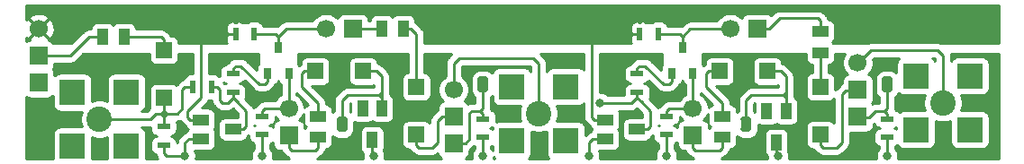
<source format=gbr>
G04 #@! TF.GenerationSoftware,KiCad,Pcbnew,(5.1.4)-1*
G04 #@! TF.CreationDate,2020-05-24T22:22:09+03:00*
G04 #@! TF.ProjectId,naa,6e61612e-6b69-4636-9164-5f7063625858,rev?*
G04 #@! TF.SameCoordinates,Original*
G04 #@! TF.FileFunction,Copper,L1,Top*
G04 #@! TF.FilePolarity,Positive*
%FSLAX46Y46*%
G04 Gerber Fmt 4.6, Leading zero omitted, Abs format (unit mm)*
G04 Created by KiCad (PCBNEW (5.1.4)-1) date 2020-05-24 22:22:09*
%MOMM*%
%LPD*%
G04 APERTURE LIST*
%ADD10C,0.100000*%
%ADD11R,1.700000X1.700000*%
%ADD12C,1.700000*%
%ADD13R,1.250000X0.500000*%
%ADD14R,2.400000X2.400000*%
%ADD15C,2.400000*%
%ADD16O,1.000000X0.500000*%
%ADD17R,0.800000X1.000000*%
%ADD18R,1.000000X1.500000*%
%ADD19R,1.500000X1.000000*%
%ADD20R,0.500000X1.250000*%
%ADD21R,1.500000X1.500000*%
%ADD22C,0.800000*%
%ADD23C,0.250000*%
G04 APERTURE END LIST*
D10*
G36*
X195500000Y-71500000D02*
G01*
X195500000Y-70500000D01*
X196500000Y-70500000D01*
X196500000Y-71500000D01*
X195500000Y-71500000D01*
G37*
G36*
X183250000Y-74250000D02*
G01*
X183250000Y-75250000D01*
X182250000Y-75250000D01*
X182250000Y-74250000D01*
X183250000Y-74250000D01*
G37*
G36*
X157500000Y-71500000D02*
G01*
X157500000Y-70500000D01*
X158500000Y-70500000D01*
X158500000Y-71500000D01*
X157500000Y-71500000D01*
G37*
G36*
X145250000Y-74250000D02*
G01*
X145250000Y-75250000D01*
X144250000Y-75250000D01*
X144250000Y-74250000D01*
X145250000Y-74250000D01*
G37*
D11*
X183790000Y-65750000D03*
D12*
X181250000Y-65750000D03*
D13*
X172500000Y-70000000D03*
X172500000Y-71750000D03*
D14*
X203790000Y-75290000D03*
X198710000Y-75290000D03*
D15*
X201250000Y-72750000D03*
D14*
X203790000Y-70210000D03*
X198710000Y-70210000D03*
X165790000Y-76290000D03*
X160710000Y-76290000D03*
D15*
X163250000Y-73750000D03*
D14*
X165790000Y-71210000D03*
X160710000Y-71210000D03*
D11*
X193250000Y-74040000D03*
X193250000Y-71500000D03*
D12*
X193250000Y-68960000D03*
D11*
X177750000Y-75790000D03*
D12*
X177750000Y-73250000D03*
D16*
X196000000Y-71500000D03*
X196000000Y-70500000D03*
X182750000Y-74250000D03*
X182750000Y-75250000D03*
D17*
X176750000Y-67500000D03*
X177750000Y-70000000D03*
X175750000Y-70000000D03*
D18*
X185600000Y-76500000D03*
X186500000Y-73500000D03*
X184700000Y-73500000D03*
D19*
X172500000Y-75250000D03*
X169500000Y-74350000D03*
X169500000Y-76150000D03*
D13*
X196000000Y-76000000D03*
X196000000Y-74250000D03*
X175250000Y-75750000D03*
X175250000Y-74000000D03*
D20*
X174500000Y-66250000D03*
X172750000Y-66250000D03*
D19*
X189750000Y-68000000D03*
X189750000Y-66000000D03*
X180500000Y-74000000D03*
X180500000Y-76000000D03*
D21*
X189750000Y-75750000D03*
X189750000Y-71250000D03*
X184750000Y-69750000D03*
X180250000Y-69750000D03*
D11*
X116250000Y-70830000D03*
X116250000Y-68290000D03*
D12*
X116250000Y-65750000D03*
D14*
X124500000Y-76830000D03*
X119420000Y-76830000D03*
D15*
X121960000Y-74290000D03*
D14*
X124500000Y-71750000D03*
X119420000Y-71750000D03*
D18*
X147600000Y-76250000D03*
X148500000Y-73250000D03*
X146700000Y-73250000D03*
D20*
X132500000Y-71250000D03*
X130750000Y-71250000D03*
D11*
X155250000Y-76580000D03*
X155250000Y-74040000D03*
D12*
X155250000Y-71500000D03*
D11*
X139750000Y-75790000D03*
D12*
X139750000Y-73250000D03*
D11*
X145790000Y-65750000D03*
D12*
X143250000Y-65750000D03*
D16*
X158000000Y-71500000D03*
X158000000Y-70500000D03*
X144750000Y-74250000D03*
X144750000Y-75250000D03*
D17*
X138750000Y-67500000D03*
X139750000Y-70000000D03*
X137750000Y-70000000D03*
D19*
X134500000Y-75250000D03*
X131500000Y-74350000D03*
X131500000Y-76150000D03*
D13*
X158000000Y-76000000D03*
X158000000Y-74250000D03*
X137250000Y-75750000D03*
X137250000Y-74000000D03*
D20*
X136500000Y-66250000D03*
X134750000Y-66250000D03*
D13*
X134500000Y-70000000D03*
X134500000Y-71750000D03*
X128000000Y-76750000D03*
X128000000Y-75000000D03*
D18*
X150500000Y-65750000D03*
X148500000Y-65750000D03*
D19*
X142500000Y-74000000D03*
X142500000Y-76000000D03*
D18*
X124250000Y-66500000D03*
X122250000Y-66500000D03*
D21*
X151750000Y-75750000D03*
X151750000Y-71250000D03*
X146750000Y-69750000D03*
X142250000Y-69750000D03*
X128000000Y-72250000D03*
X128000000Y-67750000D03*
D22*
X196000000Y-77750000D03*
X185750000Y-77750000D03*
X175250000Y-77750000D03*
X168000000Y-77750000D03*
X137250000Y-77750000D03*
X130000000Y-77750000D03*
X147750000Y-77750000D03*
X158000000Y-77750000D03*
X169000000Y-72750000D03*
D23*
X201250000Y-68250000D02*
X201250000Y-72750000D01*
X200750000Y-67750000D02*
X201250000Y-68250000D01*
X194500000Y-67750000D02*
X200750000Y-67750000D01*
X193250000Y-69000000D02*
X194500000Y-67750000D01*
X196000000Y-76000000D02*
X196000000Y-77750000D01*
X196000000Y-71500000D02*
X196000000Y-73250000D01*
X196000000Y-73750000D02*
X196000000Y-74250000D01*
X194350000Y-74080000D02*
X194930000Y-73500000D01*
X195750000Y-73500000D02*
X196000000Y-73750000D01*
X194930000Y-73500000D02*
X195750000Y-73500000D01*
X196000000Y-73250000D02*
X195750000Y-73500000D01*
X193250000Y-74080000D02*
X194350000Y-74080000D01*
X192150000Y-71540000D02*
X193250000Y-71540000D01*
X189750000Y-76750000D02*
X190000000Y-77000000D01*
X190000000Y-77000000D02*
X191250000Y-77000000D01*
X191750000Y-71940000D02*
X192150000Y-71540000D01*
X191750000Y-76500000D02*
X191750000Y-71940000D01*
X191250000Y-77000000D02*
X191750000Y-76500000D01*
X189750000Y-75750000D02*
X189750000Y-76750000D01*
X189750000Y-68000000D02*
X189750000Y-71250000D01*
X189750000Y-65000000D02*
X189750000Y-66000000D01*
X189500000Y-64750000D02*
X189750000Y-65000000D01*
X185890000Y-64750000D02*
X189500000Y-64750000D01*
X183790000Y-65750000D02*
X184890000Y-65750000D01*
X184890000Y-65750000D02*
X185890000Y-64750000D01*
X185600000Y-76500000D02*
X185600000Y-77600000D01*
X185600000Y-77600000D02*
X185750000Y-77750000D01*
X185600000Y-76250000D02*
X185600000Y-77600000D01*
X186500000Y-72250000D02*
X186500000Y-73250000D01*
X186000000Y-69750000D02*
X184750000Y-69750000D01*
X186500000Y-70250000D02*
X186000000Y-69750000D01*
X186500000Y-72250000D02*
X186250000Y-72000000D01*
X186500000Y-71750000D02*
X186500000Y-70250000D01*
X182750000Y-74250000D02*
X182750000Y-72500000D01*
X186500000Y-73500000D02*
X186500000Y-71750000D01*
X186250000Y-72000000D02*
X186500000Y-71750000D01*
X183250000Y-72000000D02*
X186250000Y-72000000D01*
X182750000Y-72500000D02*
X183250000Y-72000000D01*
X180500000Y-74000000D02*
X180500000Y-72750000D01*
X179250000Y-69750000D02*
X180250000Y-69750000D01*
X179000000Y-70000000D02*
X179250000Y-69750000D01*
X180500000Y-72750000D02*
X179000000Y-71250000D01*
X179000000Y-71250000D02*
X179000000Y-70000000D01*
X177750000Y-77000000D02*
X178000000Y-77250000D01*
X180500000Y-77000000D02*
X180500000Y-76000000D01*
X177750000Y-75790000D02*
X177750000Y-77000000D01*
X178000000Y-77250000D02*
X180250000Y-77250000D01*
X180250000Y-77250000D02*
X180500000Y-77000000D01*
X175250000Y-75750000D02*
X175250000Y-77750000D01*
X175500000Y-73250000D02*
X175250000Y-73500000D01*
X175250000Y-73500000D02*
X175250000Y-74000000D01*
X177750000Y-73250000D02*
X175500000Y-73250000D01*
X177750000Y-70000000D02*
X177750000Y-73250000D01*
X176750000Y-67500000D02*
X176750000Y-66500000D01*
X177500000Y-65750000D02*
X181250000Y-65750000D01*
X176750000Y-66500000D02*
X177500000Y-65750000D01*
X176500000Y-66250000D02*
X176750000Y-66500000D01*
X174500000Y-66250000D02*
X176500000Y-66250000D01*
X173250000Y-69250000D02*
X172750000Y-69250000D01*
X175750000Y-70000000D02*
X175750000Y-70750000D01*
X172750000Y-69250000D02*
X172500000Y-69500000D01*
X172500000Y-69500000D02*
X172500000Y-70000000D01*
X175750000Y-70750000D02*
X175500000Y-71000000D01*
X175500000Y-71000000D02*
X175000000Y-71000000D01*
X175000000Y-71000000D02*
X173250000Y-69250000D01*
X168350000Y-76150000D02*
X169500000Y-76150000D01*
X168000000Y-77750000D02*
X168000000Y-76500000D01*
X168000000Y-76500000D02*
X168350000Y-76150000D01*
X172500000Y-75250000D02*
X173500000Y-75250000D01*
X173500000Y-75250000D02*
X173750000Y-75000000D01*
X173750000Y-75000000D02*
X173750000Y-73500000D01*
X172000000Y-72750000D02*
X172500000Y-72250000D01*
X172500000Y-72250000D02*
X172875000Y-72625000D01*
X172500000Y-71750000D02*
X172500000Y-72250000D01*
X173750000Y-73500000D02*
X172875000Y-72625000D01*
X168500000Y-74350000D02*
X168250000Y-74100000D01*
X169500000Y-74350000D02*
X168500000Y-74350000D01*
X130750000Y-71250000D02*
X130000000Y-71250000D01*
X130000000Y-71250000D02*
X129750000Y-71500000D01*
X129750000Y-71500000D02*
X129750000Y-73250000D01*
X129750000Y-73250000D02*
X129250000Y-73750000D01*
X128250000Y-73750000D02*
X128000000Y-73500000D01*
X129250000Y-73750000D02*
X128250000Y-73750000D01*
X128000000Y-73500000D02*
X128000000Y-72250000D01*
X128000000Y-74000000D02*
X128250000Y-73750000D01*
X128000000Y-74250000D02*
X128000000Y-74000000D01*
X128000000Y-75000000D02*
X128000000Y-74250000D01*
X128000000Y-73750000D02*
X128000000Y-73500000D01*
X128000000Y-74250000D02*
X128000000Y-73750000D01*
X121960000Y-74290000D02*
X126710000Y-74290000D01*
X126710000Y-74290000D02*
X127250000Y-73750000D01*
X127750000Y-73750000D02*
X128000000Y-73500000D01*
X127500000Y-73750000D02*
X127750000Y-73750000D01*
X127500000Y-73750000D02*
X128000000Y-73750000D01*
X127250000Y-73750000D02*
X127500000Y-73750000D01*
X128000000Y-74000000D02*
X127750000Y-73750000D01*
X128000000Y-66750000D02*
X128000000Y-67750000D01*
X127750000Y-66500000D02*
X128000000Y-66750000D01*
X124250000Y-66500000D02*
X126500000Y-66500000D01*
X126500000Y-66500000D02*
X127750000Y-66500000D01*
X148000000Y-69750000D02*
X146750000Y-69750000D01*
X148500000Y-70250000D02*
X148000000Y-69750000D01*
X148250000Y-72000000D02*
X148500000Y-71750000D01*
X145250000Y-72000000D02*
X148250000Y-72000000D01*
X144750000Y-72500000D02*
X145250000Y-72000000D01*
X144750000Y-74250000D02*
X144750000Y-72500000D01*
X148500000Y-73500000D02*
X148500000Y-71750000D01*
X148500000Y-71750000D02*
X148500000Y-70250000D01*
X148500000Y-72250000D02*
X148250000Y-72000000D01*
X148500000Y-73500000D02*
X148500000Y-72250000D01*
X148500000Y-72250000D02*
X148500000Y-73250000D01*
X141250000Y-69750000D02*
X142250000Y-69750000D01*
X141000000Y-70000000D02*
X141250000Y-69750000D01*
X142500000Y-72750000D02*
X141000000Y-71250000D01*
X142500000Y-74000000D02*
X142500000Y-72750000D01*
X141000000Y-71250000D02*
X141000000Y-70000000D01*
X151750000Y-75750000D02*
X151750000Y-76750000D01*
X151750000Y-76750000D02*
X152000000Y-77000000D01*
X152000000Y-77000000D02*
X153250000Y-77000000D01*
X153250000Y-77000000D02*
X153750000Y-76500000D01*
X153750000Y-74440000D02*
X153750000Y-74500000D01*
X154150000Y-74040000D02*
X153750000Y-74440000D01*
X155250000Y-74040000D02*
X154150000Y-74040000D01*
X153750000Y-76500000D02*
X153750000Y-74500000D01*
X151250000Y-65750000D02*
X150500000Y-65750000D01*
X151750000Y-71250000D02*
X151750000Y-66250000D01*
X151750000Y-66250000D02*
X151250000Y-65750000D01*
X118040000Y-68290000D02*
X119210000Y-68290000D01*
X116250000Y-68290000D02*
X118040000Y-68290000D01*
X121000000Y-66500000D02*
X122250000Y-66500000D01*
X119210000Y-68290000D02*
X121000000Y-66500000D01*
X139750000Y-75790000D02*
X139750000Y-77000000D01*
X139750000Y-77000000D02*
X140000000Y-77250000D01*
X140000000Y-77250000D02*
X142250000Y-77250000D01*
X142500000Y-77000000D02*
X142500000Y-76000000D01*
X142250000Y-77250000D02*
X142500000Y-77000000D01*
X145790000Y-65750000D02*
X146890000Y-65750000D01*
X148500000Y-65750000D02*
X146890000Y-65750000D01*
X137250000Y-75750000D02*
X137250000Y-77750000D01*
X130000000Y-77750000D02*
X130000000Y-76500000D01*
X130000000Y-76500000D02*
X130350000Y-76150000D01*
X130350000Y-76150000D02*
X131500000Y-76150000D01*
X128000000Y-77500000D02*
X128000000Y-76750000D01*
X128250000Y-77750000D02*
X128000000Y-77500000D01*
X130000000Y-77750000D02*
X128250000Y-77750000D01*
X147600000Y-76500000D02*
X147600000Y-77600000D01*
X158000000Y-76000000D02*
X158000000Y-77750000D01*
X147600000Y-77600000D02*
X147750000Y-77750000D01*
X147600000Y-76250000D02*
X147600000Y-77600000D01*
X134500000Y-69500000D02*
X134500000Y-70000000D01*
X137750000Y-70750000D02*
X137500000Y-71000000D01*
X137750000Y-70000000D02*
X137750000Y-70750000D01*
X137500000Y-71000000D02*
X137000000Y-71000000D01*
X137000000Y-71000000D02*
X135250000Y-69250000D01*
X135250000Y-69250000D02*
X134750000Y-69250000D01*
X134750000Y-69250000D02*
X134500000Y-69500000D01*
X134500000Y-75250000D02*
X135500000Y-75250000D01*
X135500000Y-75250000D02*
X135750000Y-75000000D01*
X135750000Y-75000000D02*
X135750000Y-73500000D01*
X134500000Y-72250000D02*
X134875000Y-72625000D01*
X134500000Y-71750000D02*
X134500000Y-72250000D01*
X135750000Y-73500000D02*
X134875000Y-72625000D01*
X132500000Y-71250000D02*
X133000000Y-71250000D01*
X133000000Y-71250000D02*
X133250000Y-71500000D01*
X133250000Y-71500000D02*
X133250000Y-72500000D01*
X133250000Y-72500000D02*
X133500000Y-72750000D01*
X134000000Y-72750000D02*
X134500000Y-72250000D01*
X133500000Y-72750000D02*
X134000000Y-72750000D01*
X139750000Y-70000000D02*
X139750000Y-73250000D01*
X139750000Y-73250000D02*
X137500000Y-73250000D01*
X137250000Y-73500000D02*
X137250000Y-74000000D01*
X137500000Y-73250000D02*
X137250000Y-73500000D01*
X156930000Y-73500000D02*
X157750000Y-73500000D01*
X158000000Y-73750000D02*
X158000000Y-74250000D01*
X157750000Y-73500000D02*
X158000000Y-73750000D01*
X158000000Y-73250000D02*
X157750000Y-73500000D01*
X158000000Y-71500000D02*
X158000000Y-73250000D01*
X131500000Y-72250000D02*
X131500000Y-66500000D01*
X130500000Y-74350000D02*
X130250000Y-74100000D01*
X131500000Y-74350000D02*
X130500000Y-74350000D01*
X130250000Y-74100000D02*
X130250000Y-73500000D01*
X130250000Y-73500000D02*
X131500000Y-72250000D01*
X168250000Y-73750000D02*
X168250000Y-68000000D01*
X168250000Y-74100000D02*
X168250000Y-73750000D01*
X138750000Y-67500000D02*
X138750000Y-66500000D01*
X139500000Y-65750000D02*
X143250000Y-65750000D01*
X138750000Y-66500000D02*
X139500000Y-65750000D01*
X138500000Y-66250000D02*
X138750000Y-66500000D01*
X136500000Y-66250000D02*
X138500000Y-66250000D01*
X171750000Y-72750000D02*
X169000000Y-72750000D01*
X171750000Y-72750000D02*
X172000000Y-72750000D01*
X156350000Y-76580000D02*
X156750000Y-76180000D01*
X155250000Y-76580000D02*
X156350000Y-76580000D01*
X156750000Y-73680000D02*
X156930000Y-73500000D01*
X156750000Y-76180000D02*
X156750000Y-73680000D01*
X168250000Y-68000000D02*
X168250000Y-67000000D01*
X155250000Y-71500000D02*
X155250000Y-69000000D01*
X163250000Y-69500000D02*
X163250000Y-73750000D01*
X162750000Y-68500000D02*
X163250000Y-69000000D01*
X155750000Y-68500000D02*
X162750000Y-68500000D01*
X163250000Y-69500000D02*
X163250000Y-69000000D01*
X155250000Y-69000000D02*
X155750000Y-68500000D01*
G36*
X206475001Y-67125000D02*
G01*
X201170666Y-67125000D01*
X201168693Y-67123381D01*
X201038401Y-67053739D01*
X200897026Y-67010853D01*
X200786835Y-67000000D01*
X200786827Y-67000000D01*
X200750000Y-66996373D01*
X200713173Y-67000000D01*
X194536827Y-67000000D01*
X194500000Y-66996373D01*
X194463172Y-67000000D01*
X194463165Y-67000000D01*
X194352974Y-67010853D01*
X194211599Y-67053739D01*
X194081307Y-67123381D01*
X194079334Y-67125000D01*
X191000772Y-67125000D01*
X190944080Y-67055920D01*
X190875941Y-67000000D01*
X190944080Y-66944080D01*
X191022183Y-66848911D01*
X191080219Y-66740334D01*
X191115957Y-66622521D01*
X191128024Y-66500000D01*
X191128024Y-65500000D01*
X191115957Y-65377479D01*
X191080219Y-65259666D01*
X191022183Y-65151089D01*
X190944080Y-65055920D01*
X190848911Y-64977817D01*
X190740334Y-64919781D01*
X190622521Y-64884043D01*
X190500000Y-64871976D01*
X190491019Y-64871976D01*
X190489147Y-64852974D01*
X190446261Y-64711599D01*
X190376619Y-64581307D01*
X190282895Y-64467105D01*
X190254286Y-64443626D01*
X190056378Y-64245719D01*
X190032895Y-64217105D01*
X189918693Y-64123381D01*
X189788401Y-64053739D01*
X189647026Y-64010853D01*
X189536835Y-64000000D01*
X189536827Y-64000000D01*
X189500000Y-63996373D01*
X189463173Y-64000000D01*
X185926828Y-64000000D01*
X185890000Y-63996373D01*
X185853172Y-64000000D01*
X185853165Y-64000000D01*
X185742974Y-64010853D01*
X185601599Y-64053739D01*
X185471307Y-64123381D01*
X185357105Y-64217105D01*
X185333626Y-64245714D01*
X185101813Y-64477527D01*
X185084080Y-64455920D01*
X184988911Y-64377817D01*
X184880334Y-64319781D01*
X184762521Y-64284043D01*
X184640000Y-64271976D01*
X182940000Y-64271976D01*
X182817479Y-64284043D01*
X182699666Y-64319781D01*
X182591089Y-64377817D01*
X182495920Y-64455920D01*
X182417817Y-64551089D01*
X182359781Y-64659666D01*
X182333213Y-64747248D01*
X182190258Y-64604293D01*
X181948675Y-64442872D01*
X181680242Y-64331683D01*
X181395275Y-64275000D01*
X181104725Y-64275000D01*
X180819758Y-64331683D01*
X180551325Y-64442872D01*
X180309742Y-64604293D01*
X180104293Y-64809742D01*
X179977166Y-65000000D01*
X177536827Y-65000000D01*
X177499999Y-64996373D01*
X177463171Y-65000000D01*
X177463165Y-65000000D01*
X177371351Y-65009043D01*
X177352973Y-65010853D01*
X177262164Y-65038400D01*
X177211599Y-65053739D01*
X177081307Y-65123381D01*
X176967105Y-65217105D01*
X176943626Y-65245714D01*
X176671165Y-65518176D01*
X176647026Y-65510853D01*
X176536835Y-65500000D01*
X176536827Y-65500000D01*
X176500000Y-65496373D01*
X176463173Y-65500000D01*
X175365205Y-65500000D01*
X175330219Y-65384666D01*
X175272183Y-65276089D01*
X175194080Y-65180920D01*
X175098911Y-65102817D01*
X174990334Y-65044781D01*
X174872521Y-65009043D01*
X174750000Y-64996976D01*
X174250000Y-64996976D01*
X174127479Y-65009043D01*
X174009666Y-65044781D01*
X173901089Y-65102817D01*
X173874059Y-65125000D01*
X173375941Y-65125000D01*
X173348911Y-65102817D01*
X173240334Y-65044781D01*
X173122521Y-65009043D01*
X173000000Y-64996976D01*
X172931250Y-65000000D01*
X172806250Y-65125000D01*
X172693750Y-65125000D01*
X172568750Y-65000000D01*
X172500000Y-64996976D01*
X172377479Y-65009043D01*
X172259666Y-65044781D01*
X172151089Y-65102817D01*
X172055920Y-65180920D01*
X171977817Y-65276089D01*
X171919781Y-65384666D01*
X171884043Y-65502479D01*
X171871976Y-65625000D01*
X171875000Y-66068750D01*
X172031250Y-66225000D01*
X172725000Y-66225000D01*
X172725000Y-65901776D01*
X172775000Y-65951776D01*
X172775000Y-66225000D01*
X172795000Y-66225000D01*
X172795000Y-66275000D01*
X172775000Y-66275000D01*
X172775000Y-66295000D01*
X172725000Y-66295000D01*
X172725000Y-66275000D01*
X172031250Y-66275000D01*
X171875000Y-66431250D01*
X171871976Y-66875000D01*
X171884043Y-66997521D01*
X171919781Y-67115334D01*
X171924948Y-67125000D01*
X152500000Y-67125000D01*
X152500000Y-66286828D01*
X152503627Y-66250000D01*
X152500000Y-66213172D01*
X152500000Y-66213165D01*
X152489147Y-66102974D01*
X152446261Y-65961599D01*
X152376619Y-65831307D01*
X152282895Y-65717105D01*
X152254280Y-65693621D01*
X151806376Y-65245717D01*
X151782895Y-65217105D01*
X151668693Y-65123381D01*
X151628024Y-65101643D01*
X151628024Y-65000000D01*
X151615957Y-64877479D01*
X151580219Y-64759666D01*
X151522183Y-64651089D01*
X151444080Y-64555920D01*
X151348911Y-64477817D01*
X151240334Y-64419781D01*
X151122521Y-64384043D01*
X151000000Y-64371976D01*
X150000000Y-64371976D01*
X149877479Y-64384043D01*
X149759666Y-64419781D01*
X149651089Y-64477817D01*
X149555920Y-64555920D01*
X149500000Y-64624059D01*
X149444080Y-64555920D01*
X149348911Y-64477817D01*
X149240334Y-64419781D01*
X149122521Y-64384043D01*
X149000000Y-64371976D01*
X148000000Y-64371976D01*
X147877479Y-64384043D01*
X147759666Y-64419781D01*
X147651089Y-64477817D01*
X147555920Y-64555920D01*
X147477817Y-64651089D01*
X147419781Y-64759666D01*
X147384043Y-64877479D01*
X147371976Y-65000000D01*
X147268024Y-65000000D01*
X147268024Y-64900000D01*
X147255957Y-64777479D01*
X147220219Y-64659666D01*
X147162183Y-64551089D01*
X147084080Y-64455920D01*
X146988911Y-64377817D01*
X146880334Y-64319781D01*
X146762521Y-64284043D01*
X146640000Y-64271976D01*
X144940000Y-64271976D01*
X144817479Y-64284043D01*
X144699666Y-64319781D01*
X144591089Y-64377817D01*
X144495920Y-64455920D01*
X144417817Y-64551089D01*
X144359781Y-64659666D01*
X144333213Y-64747248D01*
X144190258Y-64604293D01*
X143948675Y-64442872D01*
X143680242Y-64331683D01*
X143395275Y-64275000D01*
X143104725Y-64275000D01*
X142819758Y-64331683D01*
X142551325Y-64442872D01*
X142309742Y-64604293D01*
X142104293Y-64809742D01*
X141977166Y-65000000D01*
X139536827Y-65000000D01*
X139499999Y-64996373D01*
X139463171Y-65000000D01*
X139463165Y-65000000D01*
X139371351Y-65009043D01*
X139352973Y-65010853D01*
X139262164Y-65038400D01*
X139211599Y-65053739D01*
X139081307Y-65123381D01*
X138967105Y-65217105D01*
X138943626Y-65245714D01*
X138671165Y-65518176D01*
X138647026Y-65510853D01*
X138536835Y-65500000D01*
X138536827Y-65500000D01*
X138500000Y-65496373D01*
X138463173Y-65500000D01*
X137365205Y-65500000D01*
X137330219Y-65384666D01*
X137272183Y-65276089D01*
X137194080Y-65180920D01*
X137098911Y-65102817D01*
X136990334Y-65044781D01*
X136872521Y-65009043D01*
X136750000Y-64996976D01*
X136250000Y-64996976D01*
X136127479Y-65009043D01*
X136009666Y-65044781D01*
X135901089Y-65102817D01*
X135874059Y-65125000D01*
X135375941Y-65125000D01*
X135348911Y-65102817D01*
X135240334Y-65044781D01*
X135122521Y-65009043D01*
X135000000Y-64996976D01*
X134931250Y-65000000D01*
X134806250Y-65125000D01*
X134693750Y-65125000D01*
X134568750Y-65000000D01*
X134500000Y-64996976D01*
X134377479Y-65009043D01*
X134259666Y-65044781D01*
X134151089Y-65102817D01*
X134055920Y-65180920D01*
X133977817Y-65276089D01*
X133919781Y-65384666D01*
X133884043Y-65502479D01*
X133871976Y-65625000D01*
X133875000Y-66068750D01*
X134031250Y-66225000D01*
X134725000Y-66225000D01*
X134725000Y-65901776D01*
X134775000Y-65951776D01*
X134775000Y-66225000D01*
X134795000Y-66225000D01*
X134795000Y-66275000D01*
X134775000Y-66275000D01*
X134775000Y-66295000D01*
X134725000Y-66295000D01*
X134725000Y-66275000D01*
X134031250Y-66275000D01*
X133875000Y-66431250D01*
X133871976Y-66875000D01*
X133884043Y-66997521D01*
X133919781Y-67115334D01*
X133924948Y-67125000D01*
X129378024Y-67125000D01*
X129378024Y-67000000D01*
X129365957Y-66877479D01*
X129330219Y-66759666D01*
X129272183Y-66651089D01*
X129194080Y-66555920D01*
X129098911Y-66477817D01*
X128990334Y-66419781D01*
X128872521Y-66384043D01*
X128750000Y-66371976D01*
X128648357Y-66371976D01*
X128626619Y-66331307D01*
X128574529Y-66267835D01*
X128556376Y-66245716D01*
X128556374Y-66245714D01*
X128532895Y-66217105D01*
X128504286Y-66193626D01*
X128306376Y-65995717D01*
X128282895Y-65967105D01*
X128168693Y-65873381D01*
X128038401Y-65803739D01*
X127897026Y-65760853D01*
X127786835Y-65750000D01*
X127786827Y-65750000D01*
X127750000Y-65746373D01*
X127713173Y-65750000D01*
X125378024Y-65750000D01*
X125365957Y-65627479D01*
X125330219Y-65509666D01*
X125272183Y-65401089D01*
X125194080Y-65305920D01*
X125098911Y-65227817D01*
X124990334Y-65169781D01*
X124872521Y-65134043D01*
X124750000Y-65121976D01*
X123750000Y-65121976D01*
X123627479Y-65134043D01*
X123509666Y-65169781D01*
X123401089Y-65227817D01*
X123305920Y-65305920D01*
X123250000Y-65374059D01*
X123194080Y-65305920D01*
X123098911Y-65227817D01*
X122990334Y-65169781D01*
X122872521Y-65134043D01*
X122750000Y-65121976D01*
X121750000Y-65121976D01*
X121627479Y-65134043D01*
X121509666Y-65169781D01*
X121401089Y-65227817D01*
X121305920Y-65305920D01*
X121227817Y-65401089D01*
X121169781Y-65509666D01*
X121134043Y-65627479D01*
X121121976Y-65750000D01*
X121036827Y-65750000D01*
X120999999Y-65746373D01*
X120963171Y-65750000D01*
X120963165Y-65750000D01*
X120867817Y-65759391D01*
X120852973Y-65760853D01*
X120820069Y-65770835D01*
X120711599Y-65803739D01*
X120581307Y-65873381D01*
X120552497Y-65897025D01*
X120495715Y-65943624D01*
X120495708Y-65943631D01*
X120467105Y-65967105D01*
X120443630Y-65995709D01*
X119314340Y-67125000D01*
X117640309Y-67125000D01*
X117622183Y-67091089D01*
X117544080Y-66995920D01*
X117448911Y-66917817D01*
X117340334Y-66859781D01*
X117222521Y-66824043D01*
X117140163Y-66815932D01*
X117169699Y-66705054D01*
X116250000Y-65785355D01*
X115330301Y-66705054D01*
X115359837Y-66815932D01*
X115277479Y-66824043D01*
X115159666Y-66859781D01*
X115051089Y-66917817D01*
X115025000Y-66939228D01*
X115025000Y-66583764D01*
X115036402Y-66600828D01*
X115294946Y-66669699D01*
X116214645Y-65750000D01*
X116285355Y-65750000D01*
X117205054Y-66669699D01*
X117463598Y-66600828D01*
X117606268Y-66347719D01*
X117696817Y-66071639D01*
X117731765Y-65783199D01*
X117709770Y-65493483D01*
X117631676Y-65213625D01*
X117500486Y-64954379D01*
X117463598Y-64899172D01*
X117205054Y-64830301D01*
X116285355Y-65750000D01*
X116214645Y-65750000D01*
X115294946Y-64830301D01*
X115036402Y-64899172D01*
X115025000Y-64919400D01*
X115025000Y-64794946D01*
X115330301Y-64794946D01*
X116250000Y-65714645D01*
X117169699Y-64794946D01*
X117100828Y-64536402D01*
X116847719Y-64393732D01*
X116571639Y-64303183D01*
X116283199Y-64268235D01*
X115993483Y-64290230D01*
X115713625Y-64368324D01*
X115454379Y-64499514D01*
X115399172Y-64536402D01*
X115330301Y-64794946D01*
X115025000Y-64794946D01*
X115025000Y-63525000D01*
X206475001Y-63525000D01*
X206475001Y-67125000D01*
X206475001Y-67125000D01*
G37*
X206475001Y-67125000D02*
X201170666Y-67125000D01*
X201168693Y-67123381D01*
X201038401Y-67053739D01*
X200897026Y-67010853D01*
X200786835Y-67000000D01*
X200786827Y-67000000D01*
X200750000Y-66996373D01*
X200713173Y-67000000D01*
X194536827Y-67000000D01*
X194500000Y-66996373D01*
X194463172Y-67000000D01*
X194463165Y-67000000D01*
X194352974Y-67010853D01*
X194211599Y-67053739D01*
X194081307Y-67123381D01*
X194079334Y-67125000D01*
X191000772Y-67125000D01*
X190944080Y-67055920D01*
X190875941Y-67000000D01*
X190944080Y-66944080D01*
X191022183Y-66848911D01*
X191080219Y-66740334D01*
X191115957Y-66622521D01*
X191128024Y-66500000D01*
X191128024Y-65500000D01*
X191115957Y-65377479D01*
X191080219Y-65259666D01*
X191022183Y-65151089D01*
X190944080Y-65055920D01*
X190848911Y-64977817D01*
X190740334Y-64919781D01*
X190622521Y-64884043D01*
X190500000Y-64871976D01*
X190491019Y-64871976D01*
X190489147Y-64852974D01*
X190446261Y-64711599D01*
X190376619Y-64581307D01*
X190282895Y-64467105D01*
X190254286Y-64443626D01*
X190056378Y-64245719D01*
X190032895Y-64217105D01*
X189918693Y-64123381D01*
X189788401Y-64053739D01*
X189647026Y-64010853D01*
X189536835Y-64000000D01*
X189536827Y-64000000D01*
X189500000Y-63996373D01*
X189463173Y-64000000D01*
X185926828Y-64000000D01*
X185890000Y-63996373D01*
X185853172Y-64000000D01*
X185853165Y-64000000D01*
X185742974Y-64010853D01*
X185601599Y-64053739D01*
X185471307Y-64123381D01*
X185357105Y-64217105D01*
X185333626Y-64245714D01*
X185101813Y-64477527D01*
X185084080Y-64455920D01*
X184988911Y-64377817D01*
X184880334Y-64319781D01*
X184762521Y-64284043D01*
X184640000Y-64271976D01*
X182940000Y-64271976D01*
X182817479Y-64284043D01*
X182699666Y-64319781D01*
X182591089Y-64377817D01*
X182495920Y-64455920D01*
X182417817Y-64551089D01*
X182359781Y-64659666D01*
X182333213Y-64747248D01*
X182190258Y-64604293D01*
X181948675Y-64442872D01*
X181680242Y-64331683D01*
X181395275Y-64275000D01*
X181104725Y-64275000D01*
X180819758Y-64331683D01*
X180551325Y-64442872D01*
X180309742Y-64604293D01*
X180104293Y-64809742D01*
X179977166Y-65000000D01*
X177536827Y-65000000D01*
X177499999Y-64996373D01*
X177463171Y-65000000D01*
X177463165Y-65000000D01*
X177371351Y-65009043D01*
X177352973Y-65010853D01*
X177262164Y-65038400D01*
X177211599Y-65053739D01*
X177081307Y-65123381D01*
X176967105Y-65217105D01*
X176943626Y-65245714D01*
X176671165Y-65518176D01*
X176647026Y-65510853D01*
X176536835Y-65500000D01*
X176536827Y-65500000D01*
X176500000Y-65496373D01*
X176463173Y-65500000D01*
X175365205Y-65500000D01*
X175330219Y-65384666D01*
X175272183Y-65276089D01*
X175194080Y-65180920D01*
X175098911Y-65102817D01*
X174990334Y-65044781D01*
X174872521Y-65009043D01*
X174750000Y-64996976D01*
X174250000Y-64996976D01*
X174127479Y-65009043D01*
X174009666Y-65044781D01*
X173901089Y-65102817D01*
X173874059Y-65125000D01*
X173375941Y-65125000D01*
X173348911Y-65102817D01*
X173240334Y-65044781D01*
X173122521Y-65009043D01*
X173000000Y-64996976D01*
X172931250Y-65000000D01*
X172806250Y-65125000D01*
X172693750Y-65125000D01*
X172568750Y-65000000D01*
X172500000Y-64996976D01*
X172377479Y-65009043D01*
X172259666Y-65044781D01*
X172151089Y-65102817D01*
X172055920Y-65180920D01*
X171977817Y-65276089D01*
X171919781Y-65384666D01*
X171884043Y-65502479D01*
X171871976Y-65625000D01*
X171875000Y-66068750D01*
X172031250Y-66225000D01*
X172725000Y-66225000D01*
X172725000Y-65901776D01*
X172775000Y-65951776D01*
X172775000Y-66225000D01*
X172795000Y-66225000D01*
X172795000Y-66275000D01*
X172775000Y-66275000D01*
X172775000Y-66295000D01*
X172725000Y-66295000D01*
X172725000Y-66275000D01*
X172031250Y-66275000D01*
X171875000Y-66431250D01*
X171871976Y-66875000D01*
X171884043Y-66997521D01*
X171919781Y-67115334D01*
X171924948Y-67125000D01*
X152500000Y-67125000D01*
X152500000Y-66286828D01*
X152503627Y-66250000D01*
X152500000Y-66213172D01*
X152500000Y-66213165D01*
X152489147Y-66102974D01*
X152446261Y-65961599D01*
X152376619Y-65831307D01*
X152282895Y-65717105D01*
X152254280Y-65693621D01*
X151806376Y-65245717D01*
X151782895Y-65217105D01*
X151668693Y-65123381D01*
X151628024Y-65101643D01*
X151628024Y-65000000D01*
X151615957Y-64877479D01*
X151580219Y-64759666D01*
X151522183Y-64651089D01*
X151444080Y-64555920D01*
X151348911Y-64477817D01*
X151240334Y-64419781D01*
X151122521Y-64384043D01*
X151000000Y-64371976D01*
X150000000Y-64371976D01*
X149877479Y-64384043D01*
X149759666Y-64419781D01*
X149651089Y-64477817D01*
X149555920Y-64555920D01*
X149500000Y-64624059D01*
X149444080Y-64555920D01*
X149348911Y-64477817D01*
X149240334Y-64419781D01*
X149122521Y-64384043D01*
X149000000Y-64371976D01*
X148000000Y-64371976D01*
X147877479Y-64384043D01*
X147759666Y-64419781D01*
X147651089Y-64477817D01*
X147555920Y-64555920D01*
X147477817Y-64651089D01*
X147419781Y-64759666D01*
X147384043Y-64877479D01*
X147371976Y-65000000D01*
X147268024Y-65000000D01*
X147268024Y-64900000D01*
X147255957Y-64777479D01*
X147220219Y-64659666D01*
X147162183Y-64551089D01*
X147084080Y-64455920D01*
X146988911Y-64377817D01*
X146880334Y-64319781D01*
X146762521Y-64284043D01*
X146640000Y-64271976D01*
X144940000Y-64271976D01*
X144817479Y-64284043D01*
X144699666Y-64319781D01*
X144591089Y-64377817D01*
X144495920Y-64455920D01*
X144417817Y-64551089D01*
X144359781Y-64659666D01*
X144333213Y-64747248D01*
X144190258Y-64604293D01*
X143948675Y-64442872D01*
X143680242Y-64331683D01*
X143395275Y-64275000D01*
X143104725Y-64275000D01*
X142819758Y-64331683D01*
X142551325Y-64442872D01*
X142309742Y-64604293D01*
X142104293Y-64809742D01*
X141977166Y-65000000D01*
X139536827Y-65000000D01*
X139499999Y-64996373D01*
X139463171Y-65000000D01*
X139463165Y-65000000D01*
X139371351Y-65009043D01*
X139352973Y-65010853D01*
X139262164Y-65038400D01*
X139211599Y-65053739D01*
X139081307Y-65123381D01*
X138967105Y-65217105D01*
X138943626Y-65245714D01*
X138671165Y-65518176D01*
X138647026Y-65510853D01*
X138536835Y-65500000D01*
X138536827Y-65500000D01*
X138500000Y-65496373D01*
X138463173Y-65500000D01*
X137365205Y-65500000D01*
X137330219Y-65384666D01*
X137272183Y-65276089D01*
X137194080Y-65180920D01*
X137098911Y-65102817D01*
X136990334Y-65044781D01*
X136872521Y-65009043D01*
X136750000Y-64996976D01*
X136250000Y-64996976D01*
X136127479Y-65009043D01*
X136009666Y-65044781D01*
X135901089Y-65102817D01*
X135874059Y-65125000D01*
X135375941Y-65125000D01*
X135348911Y-65102817D01*
X135240334Y-65044781D01*
X135122521Y-65009043D01*
X135000000Y-64996976D01*
X134931250Y-65000000D01*
X134806250Y-65125000D01*
X134693750Y-65125000D01*
X134568750Y-65000000D01*
X134500000Y-64996976D01*
X134377479Y-65009043D01*
X134259666Y-65044781D01*
X134151089Y-65102817D01*
X134055920Y-65180920D01*
X133977817Y-65276089D01*
X133919781Y-65384666D01*
X133884043Y-65502479D01*
X133871976Y-65625000D01*
X133875000Y-66068750D01*
X134031250Y-66225000D01*
X134725000Y-66225000D01*
X134725000Y-65901776D01*
X134775000Y-65951776D01*
X134775000Y-66225000D01*
X134795000Y-66225000D01*
X134795000Y-66275000D01*
X134775000Y-66275000D01*
X134775000Y-66295000D01*
X134725000Y-66295000D01*
X134725000Y-66275000D01*
X134031250Y-66275000D01*
X133875000Y-66431250D01*
X133871976Y-66875000D01*
X133884043Y-66997521D01*
X133919781Y-67115334D01*
X133924948Y-67125000D01*
X129378024Y-67125000D01*
X129378024Y-67000000D01*
X129365957Y-66877479D01*
X129330219Y-66759666D01*
X129272183Y-66651089D01*
X129194080Y-66555920D01*
X129098911Y-66477817D01*
X128990334Y-66419781D01*
X128872521Y-66384043D01*
X128750000Y-66371976D01*
X128648357Y-66371976D01*
X128626619Y-66331307D01*
X128574529Y-66267835D01*
X128556376Y-66245716D01*
X128556374Y-66245714D01*
X128532895Y-66217105D01*
X128504286Y-66193626D01*
X128306376Y-65995717D01*
X128282895Y-65967105D01*
X128168693Y-65873381D01*
X128038401Y-65803739D01*
X127897026Y-65760853D01*
X127786835Y-65750000D01*
X127786827Y-65750000D01*
X127750000Y-65746373D01*
X127713173Y-65750000D01*
X125378024Y-65750000D01*
X125365957Y-65627479D01*
X125330219Y-65509666D01*
X125272183Y-65401089D01*
X125194080Y-65305920D01*
X125098911Y-65227817D01*
X124990334Y-65169781D01*
X124872521Y-65134043D01*
X124750000Y-65121976D01*
X123750000Y-65121976D01*
X123627479Y-65134043D01*
X123509666Y-65169781D01*
X123401089Y-65227817D01*
X123305920Y-65305920D01*
X123250000Y-65374059D01*
X123194080Y-65305920D01*
X123098911Y-65227817D01*
X122990334Y-65169781D01*
X122872521Y-65134043D01*
X122750000Y-65121976D01*
X121750000Y-65121976D01*
X121627479Y-65134043D01*
X121509666Y-65169781D01*
X121401089Y-65227817D01*
X121305920Y-65305920D01*
X121227817Y-65401089D01*
X121169781Y-65509666D01*
X121134043Y-65627479D01*
X121121976Y-65750000D01*
X121036827Y-65750000D01*
X120999999Y-65746373D01*
X120963171Y-65750000D01*
X120963165Y-65750000D01*
X120867817Y-65759391D01*
X120852973Y-65760853D01*
X120820069Y-65770835D01*
X120711599Y-65803739D01*
X120581307Y-65873381D01*
X120552497Y-65897025D01*
X120495715Y-65943624D01*
X120495708Y-65943631D01*
X120467105Y-65967105D01*
X120443630Y-65995709D01*
X119314340Y-67125000D01*
X117640309Y-67125000D01*
X117622183Y-67091089D01*
X117544080Y-66995920D01*
X117448911Y-66917817D01*
X117340334Y-66859781D01*
X117222521Y-66824043D01*
X117140163Y-66815932D01*
X117169699Y-66705054D01*
X116250000Y-65785355D01*
X115330301Y-66705054D01*
X115359837Y-66815932D01*
X115277479Y-66824043D01*
X115159666Y-66859781D01*
X115051089Y-66917817D01*
X115025000Y-66939228D01*
X115025000Y-66583764D01*
X115036402Y-66600828D01*
X115294946Y-66669699D01*
X116214645Y-65750000D01*
X116285355Y-65750000D01*
X117205054Y-66669699D01*
X117463598Y-66600828D01*
X117606268Y-66347719D01*
X117696817Y-66071639D01*
X117731765Y-65783199D01*
X117709770Y-65493483D01*
X117631676Y-65213625D01*
X117500486Y-64954379D01*
X117463598Y-64899172D01*
X117205054Y-64830301D01*
X116285355Y-65750000D01*
X116214645Y-65750000D01*
X115294946Y-64830301D01*
X115036402Y-64899172D01*
X115025000Y-64919400D01*
X115025000Y-64794946D01*
X115330301Y-64794946D01*
X116250000Y-65714645D01*
X117169699Y-64794946D01*
X117100828Y-64536402D01*
X116847719Y-64393732D01*
X116571639Y-64303183D01*
X116283199Y-64268235D01*
X115993483Y-64290230D01*
X115713625Y-64368324D01*
X115454379Y-64499514D01*
X115399172Y-64536402D01*
X115330301Y-64794946D01*
X115025000Y-64794946D01*
X115025000Y-63525000D01*
X206475001Y-63525000D01*
X206475001Y-67125000D01*
G36*
X176271976Y-76640000D02*
G01*
X176284043Y-76762521D01*
X176319781Y-76880334D01*
X176377817Y-76988911D01*
X176455920Y-77084080D01*
X176551089Y-77162183D01*
X176659666Y-77220219D01*
X176777479Y-77255957D01*
X176900000Y-77268024D01*
X177047558Y-77268024D01*
X177053739Y-77288400D01*
X177076674Y-77331308D01*
X177123382Y-77418693D01*
X177158595Y-77461600D01*
X177193624Y-77504283D01*
X177193625Y-77504284D01*
X177217106Y-77532895D01*
X177245714Y-77556373D01*
X177443625Y-77754285D01*
X177467105Y-77782895D01*
X177581307Y-77876619D01*
X177711599Y-77946261D01*
X177806338Y-77975000D01*
X176250326Y-77975000D01*
X176275000Y-77850954D01*
X176275000Y-77649046D01*
X176235610Y-77451018D01*
X176158344Y-77264480D01*
X176046170Y-77096600D01*
X176000000Y-77050430D01*
X176000000Y-76615205D01*
X176115334Y-76580219D01*
X176223911Y-76522183D01*
X176271976Y-76482737D01*
X176271976Y-76640000D01*
X176271976Y-76640000D01*
G37*
X176271976Y-76640000D02*
X176284043Y-76762521D01*
X176319781Y-76880334D01*
X176377817Y-76988911D01*
X176455920Y-77084080D01*
X176551089Y-77162183D01*
X176659666Y-77220219D01*
X176777479Y-77255957D01*
X176900000Y-77268024D01*
X177047558Y-77268024D01*
X177053739Y-77288400D01*
X177076674Y-77331308D01*
X177123382Y-77418693D01*
X177158595Y-77461600D01*
X177193624Y-77504283D01*
X177193625Y-77504284D01*
X177217106Y-77532895D01*
X177245714Y-77556373D01*
X177443625Y-77754285D01*
X177467105Y-77782895D01*
X177581307Y-77876619D01*
X177711599Y-77946261D01*
X177806338Y-77975000D01*
X176250326Y-77975000D01*
X176275000Y-77850954D01*
X176275000Y-77649046D01*
X176235610Y-77451018D01*
X176158344Y-77264480D01*
X176046170Y-77096600D01*
X176000000Y-77050430D01*
X176000000Y-76615205D01*
X176115334Y-76580219D01*
X176223911Y-76522183D01*
X176271976Y-76482737D01*
X176271976Y-76640000D01*
G36*
X206475000Y-77975000D02*
G01*
X197000326Y-77975000D01*
X197025000Y-77850954D01*
X197025000Y-77649046D01*
X196985610Y-77451018D01*
X196908344Y-77264480D01*
X196796170Y-77096600D01*
X196750000Y-77050430D01*
X196750000Y-76865205D01*
X196865334Y-76830219D01*
X196956986Y-76781230D01*
X196987817Y-76838911D01*
X197065920Y-76934080D01*
X197161089Y-77012183D01*
X197269666Y-77070219D01*
X197387479Y-77105957D01*
X197510000Y-77118024D01*
X199910000Y-77118024D01*
X200032521Y-77105957D01*
X200150334Y-77070219D01*
X200258911Y-77012183D01*
X200354080Y-76934080D01*
X200432183Y-76838911D01*
X200490219Y-76730334D01*
X200525957Y-76612521D01*
X200538024Y-76490000D01*
X200538024Y-74430455D01*
X200717667Y-74504866D01*
X201070253Y-74575000D01*
X201429747Y-74575000D01*
X201782333Y-74504866D01*
X201961976Y-74430455D01*
X201961976Y-76490000D01*
X201974043Y-76612521D01*
X202009781Y-76730334D01*
X202067817Y-76838911D01*
X202145920Y-76934080D01*
X202241089Y-77012183D01*
X202349666Y-77070219D01*
X202467479Y-77105957D01*
X202590000Y-77118024D01*
X204990000Y-77118024D01*
X205112521Y-77105957D01*
X205230334Y-77070219D01*
X205338911Y-77012183D01*
X205434080Y-76934080D01*
X205512183Y-76838911D01*
X205570219Y-76730334D01*
X205605957Y-76612521D01*
X205618024Y-76490000D01*
X205618024Y-74090000D01*
X205605957Y-73967479D01*
X205570219Y-73849666D01*
X205512183Y-73741089D01*
X205434080Y-73645920D01*
X205338911Y-73567817D01*
X205230334Y-73509781D01*
X205112521Y-73474043D01*
X204990000Y-73461976D01*
X202930455Y-73461976D01*
X203004866Y-73282333D01*
X203075000Y-72929747D01*
X203075000Y-72570253D01*
X203004866Y-72217667D01*
X202930455Y-72038024D01*
X204990000Y-72038024D01*
X205112521Y-72025957D01*
X205230334Y-71990219D01*
X205338911Y-71932183D01*
X205434080Y-71854080D01*
X205512183Y-71758911D01*
X205570219Y-71650334D01*
X205605957Y-71532521D01*
X205618024Y-71410000D01*
X205618024Y-69010000D01*
X205605957Y-68887479D01*
X205570219Y-68769666D01*
X205512183Y-68661089D01*
X205434080Y-68565920D01*
X205338911Y-68487817D01*
X205230334Y-68429781D01*
X205112521Y-68394043D01*
X204990000Y-68381976D01*
X202590000Y-68381976D01*
X202467479Y-68394043D01*
X202349666Y-68429781D01*
X202241089Y-68487817D01*
X202145920Y-68565920D01*
X202067817Y-68661089D01*
X202009781Y-68769666D01*
X202000000Y-68801910D01*
X202000000Y-68286828D01*
X202003627Y-68250000D01*
X202000000Y-68213172D01*
X202000000Y-68213165D01*
X201991316Y-68125000D01*
X206475001Y-68125000D01*
X206475000Y-77975000D01*
X206475000Y-77975000D01*
G37*
X206475000Y-77975000D02*
X197000326Y-77975000D01*
X197025000Y-77850954D01*
X197025000Y-77649046D01*
X196985610Y-77451018D01*
X196908344Y-77264480D01*
X196796170Y-77096600D01*
X196750000Y-77050430D01*
X196750000Y-76865205D01*
X196865334Y-76830219D01*
X196956986Y-76781230D01*
X196987817Y-76838911D01*
X197065920Y-76934080D01*
X197161089Y-77012183D01*
X197269666Y-77070219D01*
X197387479Y-77105957D01*
X197510000Y-77118024D01*
X199910000Y-77118024D01*
X200032521Y-77105957D01*
X200150334Y-77070219D01*
X200258911Y-77012183D01*
X200354080Y-76934080D01*
X200432183Y-76838911D01*
X200490219Y-76730334D01*
X200525957Y-76612521D01*
X200538024Y-76490000D01*
X200538024Y-74430455D01*
X200717667Y-74504866D01*
X201070253Y-74575000D01*
X201429747Y-74575000D01*
X201782333Y-74504866D01*
X201961976Y-74430455D01*
X201961976Y-76490000D01*
X201974043Y-76612521D01*
X202009781Y-76730334D01*
X202067817Y-76838911D01*
X202145920Y-76934080D01*
X202241089Y-77012183D01*
X202349666Y-77070219D01*
X202467479Y-77105957D01*
X202590000Y-77118024D01*
X204990000Y-77118024D01*
X205112521Y-77105957D01*
X205230334Y-77070219D01*
X205338911Y-77012183D01*
X205434080Y-76934080D01*
X205512183Y-76838911D01*
X205570219Y-76730334D01*
X205605957Y-76612521D01*
X205618024Y-76490000D01*
X205618024Y-74090000D01*
X205605957Y-73967479D01*
X205570219Y-73849666D01*
X205512183Y-73741089D01*
X205434080Y-73645920D01*
X205338911Y-73567817D01*
X205230334Y-73509781D01*
X205112521Y-73474043D01*
X204990000Y-73461976D01*
X202930455Y-73461976D01*
X203004866Y-73282333D01*
X203075000Y-72929747D01*
X203075000Y-72570253D01*
X203004866Y-72217667D01*
X202930455Y-72038024D01*
X204990000Y-72038024D01*
X205112521Y-72025957D01*
X205230334Y-71990219D01*
X205338911Y-71932183D01*
X205434080Y-71854080D01*
X205512183Y-71758911D01*
X205570219Y-71650334D01*
X205605957Y-71532521D01*
X205618024Y-71410000D01*
X205618024Y-69010000D01*
X205605957Y-68887479D01*
X205570219Y-68769666D01*
X205512183Y-68661089D01*
X205434080Y-68565920D01*
X205338911Y-68487817D01*
X205230334Y-68429781D01*
X205112521Y-68394043D01*
X204990000Y-68381976D01*
X202590000Y-68381976D01*
X202467479Y-68394043D01*
X202349666Y-68429781D01*
X202241089Y-68487817D01*
X202145920Y-68565920D01*
X202067817Y-68661089D01*
X202009781Y-68769666D01*
X202000000Y-68801910D01*
X202000000Y-68286828D01*
X202003627Y-68250000D01*
X202000000Y-68213172D01*
X202000000Y-68213165D01*
X201991316Y-68125000D01*
X206475001Y-68125000D01*
X206475000Y-77975000D01*
G36*
X188371976Y-68500000D02*
G01*
X188384043Y-68622521D01*
X188419781Y-68740334D01*
X188477817Y-68848911D01*
X188555920Y-68944080D01*
X188651089Y-69022183D01*
X188759666Y-69080219D01*
X188877479Y-69115957D01*
X189000000Y-69128024D01*
X189000001Y-69871976D01*
X189000000Y-69871976D01*
X188877479Y-69884043D01*
X188759666Y-69919781D01*
X188651089Y-69977817D01*
X188555920Y-70055920D01*
X188477817Y-70151089D01*
X188419781Y-70259666D01*
X188384043Y-70377479D01*
X188371976Y-70500000D01*
X188371976Y-72000000D01*
X188384043Y-72122521D01*
X188419781Y-72240334D01*
X188477817Y-72348911D01*
X188555920Y-72444080D01*
X188651089Y-72522183D01*
X188759666Y-72580219D01*
X188877479Y-72615957D01*
X189000000Y-72628024D01*
X190500000Y-72628024D01*
X190622521Y-72615957D01*
X190740334Y-72580219D01*
X190848911Y-72522183D01*
X190944080Y-72444080D01*
X191000001Y-72375940D01*
X191000000Y-74624059D01*
X190944080Y-74555920D01*
X190848911Y-74477817D01*
X190740334Y-74419781D01*
X190622521Y-74384043D01*
X190500000Y-74371976D01*
X189000000Y-74371976D01*
X188877479Y-74384043D01*
X188759666Y-74419781D01*
X188651089Y-74477817D01*
X188555920Y-74555920D01*
X188477817Y-74651089D01*
X188419781Y-74759666D01*
X188384043Y-74877479D01*
X188371976Y-75000000D01*
X188371976Y-76500000D01*
X188384043Y-76622521D01*
X188419781Y-76740334D01*
X188477817Y-76848911D01*
X188555920Y-76944080D01*
X188651089Y-77022183D01*
X188759666Y-77080219D01*
X188877479Y-77115957D01*
X189000000Y-77128024D01*
X189101644Y-77128024D01*
X189123382Y-77168693D01*
X189158595Y-77211600D01*
X189193624Y-77254283D01*
X189193627Y-77254286D01*
X189217106Y-77282895D01*
X189245714Y-77306373D01*
X189443624Y-77504284D01*
X189467105Y-77532895D01*
X189581307Y-77626619D01*
X189711599Y-77696261D01*
X189852974Y-77739147D01*
X189963165Y-77750000D01*
X189963174Y-77750000D01*
X189999999Y-77753627D01*
X190036824Y-77750000D01*
X191213173Y-77750000D01*
X191250000Y-77753627D01*
X191286827Y-77750000D01*
X191286835Y-77750000D01*
X191397026Y-77739147D01*
X191538401Y-77696261D01*
X191668693Y-77626619D01*
X191782895Y-77532895D01*
X191806379Y-77504280D01*
X192254283Y-77056376D01*
X192282895Y-77032895D01*
X192376619Y-76918693D01*
X192446261Y-76788401D01*
X192489147Y-76647026D01*
X192500000Y-76536835D01*
X192500000Y-76536828D01*
X192503627Y-76500000D01*
X192500000Y-76463172D01*
X192500000Y-75518024D01*
X194100000Y-75518024D01*
X194222521Y-75505957D01*
X194340334Y-75470219D01*
X194448911Y-75412183D01*
X194544080Y-75334080D01*
X194622183Y-75238911D01*
X194680219Y-75130334D01*
X194715957Y-75012521D01*
X194728024Y-74890000D01*
X194728024Y-74728357D01*
X194768693Y-74706619D01*
X194781392Y-74696197D01*
X194794781Y-74740334D01*
X194852817Y-74848911D01*
X194930920Y-74944080D01*
X195026089Y-75022183D01*
X195134666Y-75080219D01*
X195252479Y-75115957D01*
X195344296Y-75125000D01*
X195252479Y-75134043D01*
X195134666Y-75169781D01*
X195026089Y-75227817D01*
X194930920Y-75305920D01*
X194852817Y-75401089D01*
X194794781Y-75509666D01*
X194759043Y-75627479D01*
X194746976Y-75750000D01*
X194746976Y-76250000D01*
X194759043Y-76372521D01*
X194794781Y-76490334D01*
X194852817Y-76598911D01*
X194930920Y-76694080D01*
X195026089Y-76772183D01*
X195134666Y-76830219D01*
X195250000Y-76865205D01*
X195250001Y-77050429D01*
X195203830Y-77096600D01*
X195091656Y-77264480D01*
X195014390Y-77451018D01*
X194975000Y-77649046D01*
X194975000Y-77850954D01*
X194999674Y-77975000D01*
X186750326Y-77975000D01*
X186775000Y-77850954D01*
X186775000Y-77649046D01*
X186735610Y-77451018D01*
X186710520Y-77390445D01*
X186715957Y-77372521D01*
X186728024Y-77250000D01*
X186728024Y-75750000D01*
X186715957Y-75627479D01*
X186680219Y-75509666D01*
X186622183Y-75401089D01*
X186544080Y-75305920D01*
X186448911Y-75227817D01*
X186340334Y-75169781D01*
X186222521Y-75134043D01*
X186100000Y-75121976D01*
X185100000Y-75121976D01*
X184977479Y-75134043D01*
X184859666Y-75169781D01*
X184751089Y-75227817D01*
X184655920Y-75305920D01*
X184577817Y-75401089D01*
X184519781Y-75509666D01*
X184484043Y-75627479D01*
X184471976Y-75750000D01*
X184471976Y-77250000D01*
X184484043Y-77372521D01*
X184519781Y-77490334D01*
X184577817Y-77598911D01*
X184655920Y-77694080D01*
X184725000Y-77750772D01*
X184725000Y-77850954D01*
X184749674Y-77975000D01*
X180443662Y-77975000D01*
X180538401Y-77946261D01*
X180668693Y-77876619D01*
X180782895Y-77782895D01*
X180806378Y-77754281D01*
X181004286Y-77556374D01*
X181032895Y-77532895D01*
X181056377Y-77504283D01*
X181074529Y-77482165D01*
X181126619Y-77418693D01*
X181196261Y-77288401D01*
X181239147Y-77147026D01*
X181241019Y-77128024D01*
X181250000Y-77128024D01*
X181372521Y-77115957D01*
X181490334Y-77080219D01*
X181598911Y-77022183D01*
X181694080Y-76944080D01*
X181772183Y-76848911D01*
X181830219Y-76740334D01*
X181865957Y-76622521D01*
X181878024Y-76500000D01*
X181878024Y-75871390D01*
X181878288Y-75871712D01*
X182011524Y-75981056D01*
X182163532Y-76062305D01*
X182328470Y-76112339D01*
X182457021Y-76125000D01*
X183042979Y-76125000D01*
X183171530Y-76112339D01*
X183336468Y-76062305D01*
X183488476Y-75981056D01*
X183621712Y-75871712D01*
X183731056Y-75738476D01*
X183812305Y-75586468D01*
X183862339Y-75421530D01*
X183879233Y-75250000D01*
X183875000Y-75207021D01*
X183875000Y-74784964D01*
X183959666Y-74830219D01*
X184077479Y-74865957D01*
X184200000Y-74878024D01*
X185200000Y-74878024D01*
X185322521Y-74865957D01*
X185440334Y-74830219D01*
X185548911Y-74772183D01*
X185600000Y-74730255D01*
X185651089Y-74772183D01*
X185759666Y-74830219D01*
X185877479Y-74865957D01*
X186000000Y-74878024D01*
X187000000Y-74878024D01*
X187122521Y-74865957D01*
X187240334Y-74830219D01*
X187348911Y-74772183D01*
X187444080Y-74694080D01*
X187522183Y-74598911D01*
X187580219Y-74490334D01*
X187615957Y-74372521D01*
X187628024Y-74250000D01*
X187628024Y-72750000D01*
X187615957Y-72627479D01*
X187580219Y-72509666D01*
X187522183Y-72401089D01*
X187444080Y-72305920D01*
X187348911Y-72227817D01*
X187250000Y-72174948D01*
X187250000Y-71786826D01*
X187253627Y-71750001D01*
X187250000Y-71713176D01*
X187250000Y-70286828D01*
X187253627Y-70250000D01*
X187250000Y-70213172D01*
X187250000Y-70213165D01*
X187239147Y-70102974D01*
X187196261Y-69961599D01*
X187126619Y-69831307D01*
X187032895Y-69717105D01*
X187004280Y-69693621D01*
X186556379Y-69245720D01*
X186532895Y-69217105D01*
X186418693Y-69123381D01*
X186288401Y-69053739D01*
X186147026Y-69010853D01*
X186128024Y-69008981D01*
X186128024Y-69000000D01*
X186115957Y-68877479D01*
X186080219Y-68759666D01*
X186022183Y-68651089D01*
X185944080Y-68555920D01*
X185848911Y-68477817D01*
X185740334Y-68419781D01*
X185622521Y-68384043D01*
X185500000Y-68371976D01*
X184000000Y-68371976D01*
X183877479Y-68384043D01*
X183759666Y-68419781D01*
X183651089Y-68477817D01*
X183555920Y-68555920D01*
X183477817Y-68651089D01*
X183419781Y-68759666D01*
X183384043Y-68877479D01*
X183371976Y-69000000D01*
X183371976Y-70500000D01*
X183384043Y-70622521D01*
X183419781Y-70740334D01*
X183477817Y-70848911D01*
X183555920Y-70944080D01*
X183651089Y-71022183D01*
X183759666Y-71080219D01*
X183877479Y-71115957D01*
X184000000Y-71128024D01*
X185500000Y-71128024D01*
X185622521Y-71115957D01*
X185740334Y-71080219D01*
X185750000Y-71075052D01*
X185750000Y-71250000D01*
X183286828Y-71250000D01*
X183250000Y-71246373D01*
X183213172Y-71250000D01*
X183213165Y-71250000D01*
X183102974Y-71260853D01*
X182961599Y-71303739D01*
X182831307Y-71373381D01*
X182717105Y-71467105D01*
X182693624Y-71495717D01*
X182245717Y-71943624D01*
X182217106Y-71967105D01*
X182193627Y-71995714D01*
X182193624Y-71995717D01*
X182177228Y-72015696D01*
X182123382Y-72081307D01*
X182095909Y-72132706D01*
X182053739Y-72211600D01*
X182010853Y-72352975D01*
X181996373Y-72500000D01*
X182000001Y-72536835D01*
X182000000Y-73528401D01*
X181878288Y-73628288D01*
X181878024Y-73628610D01*
X181878024Y-73500000D01*
X181865957Y-73377479D01*
X181830219Y-73259666D01*
X181772183Y-73151089D01*
X181694080Y-73055920D01*
X181598911Y-72977817D01*
X181490334Y-72919781D01*
X181372521Y-72884043D01*
X181250000Y-72871976D01*
X181250000Y-72786824D01*
X181253627Y-72749999D01*
X181250000Y-72713174D01*
X181250000Y-72713165D01*
X181239147Y-72602974D01*
X181196261Y-72461599D01*
X181126619Y-72331307D01*
X181091406Y-72288400D01*
X181056376Y-72245715D01*
X181056369Y-72245708D01*
X181032895Y-72217105D01*
X181004291Y-72193630D01*
X179938684Y-71128024D01*
X181000000Y-71128024D01*
X181122521Y-71115957D01*
X181240334Y-71080219D01*
X181348911Y-71022183D01*
X181444080Y-70944080D01*
X181522183Y-70848911D01*
X181580219Y-70740334D01*
X181615957Y-70622521D01*
X181628024Y-70500000D01*
X181628024Y-69000000D01*
X181615957Y-68877479D01*
X181580219Y-68759666D01*
X181522183Y-68651089D01*
X181444080Y-68555920D01*
X181348911Y-68477817D01*
X181240334Y-68419781D01*
X181122521Y-68384043D01*
X181000000Y-68371976D01*
X179500000Y-68371976D01*
X179377479Y-68384043D01*
X179259666Y-68419781D01*
X179151089Y-68477817D01*
X179055920Y-68555920D01*
X178977817Y-68651089D01*
X178919781Y-68759666D01*
X178884043Y-68877479D01*
X178871976Y-69000000D01*
X178871976Y-69101643D01*
X178831307Y-69123381D01*
X178717105Y-69217105D01*
X178711270Y-69224215D01*
X178672183Y-69151089D01*
X178625000Y-69093596D01*
X178625000Y-68125000D01*
X188371976Y-68125000D01*
X188371976Y-68500000D01*
X188371976Y-68500000D01*
G37*
X188371976Y-68500000D02*
X188384043Y-68622521D01*
X188419781Y-68740334D01*
X188477817Y-68848911D01*
X188555920Y-68944080D01*
X188651089Y-69022183D01*
X188759666Y-69080219D01*
X188877479Y-69115957D01*
X189000000Y-69128024D01*
X189000001Y-69871976D01*
X189000000Y-69871976D01*
X188877479Y-69884043D01*
X188759666Y-69919781D01*
X188651089Y-69977817D01*
X188555920Y-70055920D01*
X188477817Y-70151089D01*
X188419781Y-70259666D01*
X188384043Y-70377479D01*
X188371976Y-70500000D01*
X188371976Y-72000000D01*
X188384043Y-72122521D01*
X188419781Y-72240334D01*
X188477817Y-72348911D01*
X188555920Y-72444080D01*
X188651089Y-72522183D01*
X188759666Y-72580219D01*
X188877479Y-72615957D01*
X189000000Y-72628024D01*
X190500000Y-72628024D01*
X190622521Y-72615957D01*
X190740334Y-72580219D01*
X190848911Y-72522183D01*
X190944080Y-72444080D01*
X191000001Y-72375940D01*
X191000000Y-74624059D01*
X190944080Y-74555920D01*
X190848911Y-74477817D01*
X190740334Y-74419781D01*
X190622521Y-74384043D01*
X190500000Y-74371976D01*
X189000000Y-74371976D01*
X188877479Y-74384043D01*
X188759666Y-74419781D01*
X188651089Y-74477817D01*
X188555920Y-74555920D01*
X188477817Y-74651089D01*
X188419781Y-74759666D01*
X188384043Y-74877479D01*
X188371976Y-75000000D01*
X188371976Y-76500000D01*
X188384043Y-76622521D01*
X188419781Y-76740334D01*
X188477817Y-76848911D01*
X188555920Y-76944080D01*
X188651089Y-77022183D01*
X188759666Y-77080219D01*
X188877479Y-77115957D01*
X189000000Y-77128024D01*
X189101644Y-77128024D01*
X189123382Y-77168693D01*
X189158595Y-77211600D01*
X189193624Y-77254283D01*
X189193627Y-77254286D01*
X189217106Y-77282895D01*
X189245714Y-77306373D01*
X189443624Y-77504284D01*
X189467105Y-77532895D01*
X189581307Y-77626619D01*
X189711599Y-77696261D01*
X189852974Y-77739147D01*
X189963165Y-77750000D01*
X189963174Y-77750000D01*
X189999999Y-77753627D01*
X190036824Y-77750000D01*
X191213173Y-77750000D01*
X191250000Y-77753627D01*
X191286827Y-77750000D01*
X191286835Y-77750000D01*
X191397026Y-77739147D01*
X191538401Y-77696261D01*
X191668693Y-77626619D01*
X191782895Y-77532895D01*
X191806379Y-77504280D01*
X192254283Y-77056376D01*
X192282895Y-77032895D01*
X192376619Y-76918693D01*
X192446261Y-76788401D01*
X192489147Y-76647026D01*
X192500000Y-76536835D01*
X192500000Y-76536828D01*
X192503627Y-76500000D01*
X192500000Y-76463172D01*
X192500000Y-75518024D01*
X194100000Y-75518024D01*
X194222521Y-75505957D01*
X194340334Y-75470219D01*
X194448911Y-75412183D01*
X194544080Y-75334080D01*
X194622183Y-75238911D01*
X194680219Y-75130334D01*
X194715957Y-75012521D01*
X194728024Y-74890000D01*
X194728024Y-74728357D01*
X194768693Y-74706619D01*
X194781392Y-74696197D01*
X194794781Y-74740334D01*
X194852817Y-74848911D01*
X194930920Y-74944080D01*
X195026089Y-75022183D01*
X195134666Y-75080219D01*
X195252479Y-75115957D01*
X195344296Y-75125000D01*
X195252479Y-75134043D01*
X195134666Y-75169781D01*
X195026089Y-75227817D01*
X194930920Y-75305920D01*
X194852817Y-75401089D01*
X194794781Y-75509666D01*
X194759043Y-75627479D01*
X194746976Y-75750000D01*
X194746976Y-76250000D01*
X194759043Y-76372521D01*
X194794781Y-76490334D01*
X194852817Y-76598911D01*
X194930920Y-76694080D01*
X195026089Y-76772183D01*
X195134666Y-76830219D01*
X195250000Y-76865205D01*
X195250001Y-77050429D01*
X195203830Y-77096600D01*
X195091656Y-77264480D01*
X195014390Y-77451018D01*
X194975000Y-77649046D01*
X194975000Y-77850954D01*
X194999674Y-77975000D01*
X186750326Y-77975000D01*
X186775000Y-77850954D01*
X186775000Y-77649046D01*
X186735610Y-77451018D01*
X186710520Y-77390445D01*
X186715957Y-77372521D01*
X186728024Y-77250000D01*
X186728024Y-75750000D01*
X186715957Y-75627479D01*
X186680219Y-75509666D01*
X186622183Y-75401089D01*
X186544080Y-75305920D01*
X186448911Y-75227817D01*
X186340334Y-75169781D01*
X186222521Y-75134043D01*
X186100000Y-75121976D01*
X185100000Y-75121976D01*
X184977479Y-75134043D01*
X184859666Y-75169781D01*
X184751089Y-75227817D01*
X184655920Y-75305920D01*
X184577817Y-75401089D01*
X184519781Y-75509666D01*
X184484043Y-75627479D01*
X184471976Y-75750000D01*
X184471976Y-77250000D01*
X184484043Y-77372521D01*
X184519781Y-77490334D01*
X184577817Y-77598911D01*
X184655920Y-77694080D01*
X184725000Y-77750772D01*
X184725000Y-77850954D01*
X184749674Y-77975000D01*
X180443662Y-77975000D01*
X180538401Y-77946261D01*
X180668693Y-77876619D01*
X180782895Y-77782895D01*
X180806378Y-77754281D01*
X181004286Y-77556374D01*
X181032895Y-77532895D01*
X181056377Y-77504283D01*
X181074529Y-77482165D01*
X181126619Y-77418693D01*
X181196261Y-77288401D01*
X181239147Y-77147026D01*
X181241019Y-77128024D01*
X181250000Y-77128024D01*
X181372521Y-77115957D01*
X181490334Y-77080219D01*
X181598911Y-77022183D01*
X181694080Y-76944080D01*
X181772183Y-76848911D01*
X181830219Y-76740334D01*
X181865957Y-76622521D01*
X181878024Y-76500000D01*
X181878024Y-75871390D01*
X181878288Y-75871712D01*
X182011524Y-75981056D01*
X182163532Y-76062305D01*
X182328470Y-76112339D01*
X182457021Y-76125000D01*
X183042979Y-76125000D01*
X183171530Y-76112339D01*
X183336468Y-76062305D01*
X183488476Y-75981056D01*
X183621712Y-75871712D01*
X183731056Y-75738476D01*
X183812305Y-75586468D01*
X183862339Y-75421530D01*
X183879233Y-75250000D01*
X183875000Y-75207021D01*
X183875000Y-74784964D01*
X183959666Y-74830219D01*
X184077479Y-74865957D01*
X184200000Y-74878024D01*
X185200000Y-74878024D01*
X185322521Y-74865957D01*
X185440334Y-74830219D01*
X185548911Y-74772183D01*
X185600000Y-74730255D01*
X185651089Y-74772183D01*
X185759666Y-74830219D01*
X185877479Y-74865957D01*
X186000000Y-74878024D01*
X187000000Y-74878024D01*
X187122521Y-74865957D01*
X187240334Y-74830219D01*
X187348911Y-74772183D01*
X187444080Y-74694080D01*
X187522183Y-74598911D01*
X187580219Y-74490334D01*
X187615957Y-74372521D01*
X187628024Y-74250000D01*
X187628024Y-72750000D01*
X187615957Y-72627479D01*
X187580219Y-72509666D01*
X187522183Y-72401089D01*
X187444080Y-72305920D01*
X187348911Y-72227817D01*
X187250000Y-72174948D01*
X187250000Y-71786826D01*
X187253627Y-71750001D01*
X187250000Y-71713176D01*
X187250000Y-70286828D01*
X187253627Y-70250000D01*
X187250000Y-70213172D01*
X187250000Y-70213165D01*
X187239147Y-70102974D01*
X187196261Y-69961599D01*
X187126619Y-69831307D01*
X187032895Y-69717105D01*
X187004280Y-69693621D01*
X186556379Y-69245720D01*
X186532895Y-69217105D01*
X186418693Y-69123381D01*
X186288401Y-69053739D01*
X186147026Y-69010853D01*
X186128024Y-69008981D01*
X186128024Y-69000000D01*
X186115957Y-68877479D01*
X186080219Y-68759666D01*
X186022183Y-68651089D01*
X185944080Y-68555920D01*
X185848911Y-68477817D01*
X185740334Y-68419781D01*
X185622521Y-68384043D01*
X185500000Y-68371976D01*
X184000000Y-68371976D01*
X183877479Y-68384043D01*
X183759666Y-68419781D01*
X183651089Y-68477817D01*
X183555920Y-68555920D01*
X183477817Y-68651089D01*
X183419781Y-68759666D01*
X183384043Y-68877479D01*
X183371976Y-69000000D01*
X183371976Y-70500000D01*
X183384043Y-70622521D01*
X183419781Y-70740334D01*
X183477817Y-70848911D01*
X183555920Y-70944080D01*
X183651089Y-71022183D01*
X183759666Y-71080219D01*
X183877479Y-71115957D01*
X184000000Y-71128024D01*
X185500000Y-71128024D01*
X185622521Y-71115957D01*
X185740334Y-71080219D01*
X185750000Y-71075052D01*
X185750000Y-71250000D01*
X183286828Y-71250000D01*
X183250000Y-71246373D01*
X183213172Y-71250000D01*
X183213165Y-71250000D01*
X183102974Y-71260853D01*
X182961599Y-71303739D01*
X182831307Y-71373381D01*
X182717105Y-71467105D01*
X182693624Y-71495717D01*
X182245717Y-71943624D01*
X182217106Y-71967105D01*
X182193627Y-71995714D01*
X182193624Y-71995717D01*
X182177228Y-72015696D01*
X182123382Y-72081307D01*
X182095909Y-72132706D01*
X182053739Y-72211600D01*
X182010853Y-72352975D01*
X181996373Y-72500000D01*
X182000001Y-72536835D01*
X182000000Y-73528401D01*
X181878288Y-73628288D01*
X181878024Y-73628610D01*
X181878024Y-73500000D01*
X181865957Y-73377479D01*
X181830219Y-73259666D01*
X181772183Y-73151089D01*
X181694080Y-73055920D01*
X181598911Y-72977817D01*
X181490334Y-72919781D01*
X181372521Y-72884043D01*
X181250000Y-72871976D01*
X181250000Y-72786824D01*
X181253627Y-72749999D01*
X181250000Y-72713174D01*
X181250000Y-72713165D01*
X181239147Y-72602974D01*
X181196261Y-72461599D01*
X181126619Y-72331307D01*
X181091406Y-72288400D01*
X181056376Y-72245715D01*
X181056369Y-72245708D01*
X181032895Y-72217105D01*
X181004291Y-72193630D01*
X179938684Y-71128024D01*
X181000000Y-71128024D01*
X181122521Y-71115957D01*
X181240334Y-71080219D01*
X181348911Y-71022183D01*
X181444080Y-70944080D01*
X181522183Y-70848911D01*
X181580219Y-70740334D01*
X181615957Y-70622521D01*
X181628024Y-70500000D01*
X181628024Y-69000000D01*
X181615957Y-68877479D01*
X181580219Y-68759666D01*
X181522183Y-68651089D01*
X181444080Y-68555920D01*
X181348911Y-68477817D01*
X181240334Y-68419781D01*
X181122521Y-68384043D01*
X181000000Y-68371976D01*
X179500000Y-68371976D01*
X179377479Y-68384043D01*
X179259666Y-68419781D01*
X179151089Y-68477817D01*
X179055920Y-68555920D01*
X178977817Y-68651089D01*
X178919781Y-68759666D01*
X178884043Y-68877479D01*
X178871976Y-69000000D01*
X178871976Y-69101643D01*
X178831307Y-69123381D01*
X178717105Y-69217105D01*
X178711270Y-69224215D01*
X178672183Y-69151089D01*
X178625000Y-69093596D01*
X178625000Y-68125000D01*
X188371976Y-68125000D01*
X188371976Y-68500000D01*
G36*
X117591976Y-72950000D02*
G01*
X117604043Y-73072521D01*
X117639781Y-73190334D01*
X117697817Y-73298911D01*
X117775920Y-73394080D01*
X117871089Y-73472183D01*
X117979666Y-73530219D01*
X118097479Y-73565957D01*
X118220000Y-73578024D01*
X120279545Y-73578024D01*
X120205134Y-73757667D01*
X120135000Y-74110253D01*
X120135000Y-74469747D01*
X120205134Y-74822333D01*
X120279545Y-75001976D01*
X118220000Y-75001976D01*
X118097479Y-75014043D01*
X117979666Y-75049781D01*
X117871089Y-75107817D01*
X117775920Y-75185920D01*
X117697817Y-75281089D01*
X117639781Y-75389666D01*
X117604043Y-75507479D01*
X117591976Y-75630000D01*
X117591976Y-77975000D01*
X115025000Y-77975000D01*
X115025000Y-72180772D01*
X115051089Y-72202183D01*
X115159666Y-72260219D01*
X115277479Y-72295957D01*
X115400000Y-72308024D01*
X117100000Y-72308024D01*
X117222521Y-72295957D01*
X117340334Y-72260219D01*
X117448911Y-72202183D01*
X117544080Y-72124080D01*
X117591976Y-72065718D01*
X117591976Y-72950000D01*
X117591976Y-72950000D01*
G37*
X117591976Y-72950000D02*
X117604043Y-73072521D01*
X117639781Y-73190334D01*
X117697817Y-73298911D01*
X117775920Y-73394080D01*
X117871089Y-73472183D01*
X117979666Y-73530219D01*
X118097479Y-73565957D01*
X118220000Y-73578024D01*
X120279545Y-73578024D01*
X120205134Y-73757667D01*
X120135000Y-74110253D01*
X120135000Y-74469747D01*
X120205134Y-74822333D01*
X120279545Y-75001976D01*
X118220000Y-75001976D01*
X118097479Y-75014043D01*
X117979666Y-75049781D01*
X117871089Y-75107817D01*
X117775920Y-75185920D01*
X117697817Y-75281089D01*
X117639781Y-75389666D01*
X117604043Y-75507479D01*
X117591976Y-75630000D01*
X117591976Y-77975000D01*
X115025000Y-77975000D01*
X115025000Y-72180772D01*
X115051089Y-72202183D01*
X115159666Y-72260219D01*
X115277479Y-72295957D01*
X115400000Y-72308024D01*
X117100000Y-72308024D01*
X117222521Y-72295957D01*
X117340334Y-72260219D01*
X117448911Y-72202183D01*
X117544080Y-72124080D01*
X117591976Y-72065718D01*
X117591976Y-72950000D01*
G36*
X173000001Y-73810661D02*
G01*
X173000001Y-74121976D01*
X171750000Y-74121976D01*
X171627479Y-74134043D01*
X171509666Y-74169781D01*
X171401089Y-74227817D01*
X171305920Y-74305920D01*
X171227817Y-74401089D01*
X171169781Y-74509666D01*
X171134043Y-74627479D01*
X171121976Y-74750000D01*
X171121976Y-75750000D01*
X171134043Y-75872521D01*
X171169781Y-75990334D01*
X171227817Y-76098911D01*
X171305920Y-76194080D01*
X171401089Y-76272183D01*
X171509666Y-76330219D01*
X171627479Y-76365957D01*
X171750000Y-76378024D01*
X173250000Y-76378024D01*
X173372521Y-76365957D01*
X173490334Y-76330219D01*
X173598911Y-76272183D01*
X173694080Y-76194080D01*
X173772183Y-76098911D01*
X173830219Y-75990334D01*
X173854268Y-75911055D01*
X173918693Y-75876619D01*
X173996976Y-75812373D01*
X173996976Y-76000000D01*
X174009043Y-76122521D01*
X174044781Y-76240334D01*
X174102817Y-76348911D01*
X174180920Y-76444080D01*
X174276089Y-76522183D01*
X174384666Y-76580219D01*
X174500000Y-76615205D01*
X174500001Y-77050429D01*
X174453830Y-77096600D01*
X174341656Y-77264480D01*
X174264390Y-77451018D01*
X174225000Y-77649046D01*
X174225000Y-77850954D01*
X174249674Y-77975000D01*
X169000326Y-77975000D01*
X169025000Y-77850954D01*
X169025000Y-77649046D01*
X168985610Y-77451018D01*
X168913954Y-77278024D01*
X170250000Y-77278024D01*
X170372521Y-77265957D01*
X170490334Y-77230219D01*
X170598911Y-77172183D01*
X170694080Y-77094080D01*
X170772183Y-76998911D01*
X170830219Y-76890334D01*
X170865957Y-76772521D01*
X170878024Y-76650000D01*
X170878024Y-75650000D01*
X170865957Y-75527479D01*
X170830219Y-75409666D01*
X170772183Y-75301089D01*
X170730255Y-75250000D01*
X170772183Y-75198911D01*
X170830219Y-75090334D01*
X170865957Y-74972521D01*
X170878024Y-74850000D01*
X170878024Y-73850000D01*
X170865957Y-73727479D01*
X170830219Y-73609666D01*
X170772183Y-73501089D01*
X170771289Y-73500000D01*
X171963173Y-73500000D01*
X172000000Y-73503627D01*
X172036827Y-73500000D01*
X172036835Y-73500000D01*
X172147026Y-73489147D01*
X172288401Y-73446261D01*
X172418693Y-73376619D01*
X172499578Y-73310238D01*
X173000001Y-73810661D01*
X173000001Y-73810661D01*
G37*
X173000001Y-73810661D02*
X173000001Y-74121976D01*
X171750000Y-74121976D01*
X171627479Y-74134043D01*
X171509666Y-74169781D01*
X171401089Y-74227817D01*
X171305920Y-74305920D01*
X171227817Y-74401089D01*
X171169781Y-74509666D01*
X171134043Y-74627479D01*
X171121976Y-74750000D01*
X171121976Y-75750000D01*
X171134043Y-75872521D01*
X171169781Y-75990334D01*
X171227817Y-76098911D01*
X171305920Y-76194080D01*
X171401089Y-76272183D01*
X171509666Y-76330219D01*
X171627479Y-76365957D01*
X171750000Y-76378024D01*
X173250000Y-76378024D01*
X173372521Y-76365957D01*
X173490334Y-76330219D01*
X173598911Y-76272183D01*
X173694080Y-76194080D01*
X173772183Y-76098911D01*
X173830219Y-75990334D01*
X173854268Y-75911055D01*
X173918693Y-75876619D01*
X173996976Y-75812373D01*
X173996976Y-76000000D01*
X174009043Y-76122521D01*
X174044781Y-76240334D01*
X174102817Y-76348911D01*
X174180920Y-76444080D01*
X174276089Y-76522183D01*
X174384666Y-76580219D01*
X174500000Y-76615205D01*
X174500001Y-77050429D01*
X174453830Y-77096600D01*
X174341656Y-77264480D01*
X174264390Y-77451018D01*
X174225000Y-77649046D01*
X174225000Y-77850954D01*
X174249674Y-77975000D01*
X169000326Y-77975000D01*
X169025000Y-77850954D01*
X169025000Y-77649046D01*
X168985610Y-77451018D01*
X168913954Y-77278024D01*
X170250000Y-77278024D01*
X170372521Y-77265957D01*
X170490334Y-77230219D01*
X170598911Y-77172183D01*
X170694080Y-77094080D01*
X170772183Y-76998911D01*
X170830219Y-76890334D01*
X170865957Y-76772521D01*
X170878024Y-76650000D01*
X170878024Y-75650000D01*
X170865957Y-75527479D01*
X170830219Y-75409666D01*
X170772183Y-75301089D01*
X170730255Y-75250000D01*
X170772183Y-75198911D01*
X170830219Y-75090334D01*
X170865957Y-74972521D01*
X170878024Y-74850000D01*
X170878024Y-73850000D01*
X170865957Y-73727479D01*
X170830219Y-73609666D01*
X170772183Y-73501089D01*
X170771289Y-73500000D01*
X171963173Y-73500000D01*
X172000000Y-73503627D01*
X172036827Y-73500000D01*
X172036835Y-73500000D01*
X172147026Y-73489147D01*
X172288401Y-73446261D01*
X172418693Y-73376619D01*
X172499578Y-73310238D01*
X173000001Y-73810661D01*
G36*
X163961976Y-77490000D02*
G01*
X163974043Y-77612521D01*
X164009781Y-77730334D01*
X164067817Y-77838911D01*
X164145920Y-77934080D01*
X164195781Y-77975000D01*
X162304219Y-77975000D01*
X162354080Y-77934080D01*
X162432183Y-77838911D01*
X162490219Y-77730334D01*
X162525957Y-77612521D01*
X162538024Y-77490000D01*
X162538024Y-75430455D01*
X162717667Y-75504866D01*
X163070253Y-75575000D01*
X163429747Y-75575000D01*
X163782333Y-75504866D01*
X163961976Y-75430455D01*
X163961976Y-77490000D01*
X163961976Y-77490000D01*
G37*
X163961976Y-77490000D02*
X163974043Y-77612521D01*
X164009781Y-77730334D01*
X164067817Y-77838911D01*
X164145920Y-77934080D01*
X164195781Y-77975000D01*
X162304219Y-77975000D01*
X162354080Y-77934080D01*
X162432183Y-77838911D01*
X162490219Y-77730334D01*
X162525957Y-77612521D01*
X162538024Y-77490000D01*
X162538024Y-75430455D01*
X162717667Y-75504866D01*
X163070253Y-75575000D01*
X163429747Y-75575000D01*
X163782333Y-75504866D01*
X163961976Y-75430455D01*
X163961976Y-77490000D01*
G36*
X157250000Y-76865205D02*
G01*
X157250001Y-77050429D01*
X157203830Y-77096600D01*
X157091656Y-77264480D01*
X157014390Y-77451018D01*
X156975000Y-77649046D01*
X156975000Y-77850954D01*
X156999674Y-77975000D01*
X156406224Y-77975000D01*
X156448911Y-77952183D01*
X156544080Y-77874080D01*
X156622183Y-77778911D01*
X156680219Y-77670334D01*
X156715957Y-77552521D01*
X156728024Y-77430000D01*
X156728024Y-77228357D01*
X156768693Y-77206619D01*
X156882895Y-77112895D01*
X156906378Y-77084281D01*
X157154442Y-76836218D01*
X157250000Y-76865205D01*
X157250000Y-76865205D01*
G37*
X157250000Y-76865205D02*
X157250001Y-77050429D01*
X157203830Y-77096600D01*
X157091656Y-77264480D01*
X157014390Y-77451018D01*
X156975000Y-77649046D01*
X156975000Y-77850954D01*
X156999674Y-77975000D01*
X156406224Y-77975000D01*
X156448911Y-77952183D01*
X156544080Y-77874080D01*
X156622183Y-77778911D01*
X156680219Y-77670334D01*
X156715957Y-77552521D01*
X156728024Y-77430000D01*
X156728024Y-77228357D01*
X156768693Y-77206619D01*
X156882895Y-77112895D01*
X156906378Y-77084281D01*
X157154442Y-76836218D01*
X157250000Y-76865205D01*
G36*
X159065920Y-77934080D02*
G01*
X159115781Y-77975000D01*
X159000326Y-77975000D01*
X159019674Y-77877729D01*
X159065920Y-77934080D01*
X159065920Y-77934080D01*
G37*
X159065920Y-77934080D02*
X159115781Y-77975000D01*
X159000326Y-77975000D01*
X159019674Y-77877729D01*
X159065920Y-77934080D01*
G36*
X138271976Y-76640000D02*
G01*
X138284043Y-76762521D01*
X138319781Y-76880334D01*
X138377817Y-76988911D01*
X138455920Y-77084080D01*
X138551089Y-77162183D01*
X138659666Y-77220219D01*
X138777479Y-77255957D01*
X138900000Y-77268024D01*
X139047558Y-77268024D01*
X139053739Y-77288400D01*
X139076674Y-77331308D01*
X139123382Y-77418693D01*
X139158595Y-77461600D01*
X139193624Y-77504283D01*
X139193625Y-77504284D01*
X139217106Y-77532895D01*
X139245714Y-77556373D01*
X139443625Y-77754285D01*
X139467105Y-77782895D01*
X139581307Y-77876619D01*
X139711599Y-77946261D01*
X139806338Y-77975000D01*
X138250326Y-77975000D01*
X138275000Y-77850954D01*
X138275000Y-77649046D01*
X138235610Y-77451018D01*
X138158344Y-77264480D01*
X138046170Y-77096600D01*
X138000000Y-77050430D01*
X138000000Y-76615205D01*
X138115334Y-76580219D01*
X138223911Y-76522183D01*
X138271976Y-76482737D01*
X138271976Y-76640000D01*
X138271976Y-76640000D01*
G37*
X138271976Y-76640000D02*
X138284043Y-76762521D01*
X138319781Y-76880334D01*
X138377817Y-76988911D01*
X138455920Y-77084080D01*
X138551089Y-77162183D01*
X138659666Y-77220219D01*
X138777479Y-77255957D01*
X138900000Y-77268024D01*
X139047558Y-77268024D01*
X139053739Y-77288400D01*
X139076674Y-77331308D01*
X139123382Y-77418693D01*
X139158595Y-77461600D01*
X139193624Y-77504283D01*
X139193625Y-77504284D01*
X139217106Y-77532895D01*
X139245714Y-77556373D01*
X139443625Y-77754285D01*
X139467105Y-77782895D01*
X139581307Y-77876619D01*
X139711599Y-77946261D01*
X139806338Y-77975000D01*
X138250326Y-77975000D01*
X138275000Y-77850954D01*
X138275000Y-77649046D01*
X138235610Y-77451018D01*
X138158344Y-77264480D01*
X138046170Y-77096600D01*
X138000000Y-77050430D01*
X138000000Y-76615205D01*
X138115334Y-76580219D01*
X138223911Y-76522183D01*
X138271976Y-76482737D01*
X138271976Y-76640000D01*
G36*
X151000000Y-69871976D02*
G01*
X150877479Y-69884043D01*
X150759666Y-69919781D01*
X150651089Y-69977817D01*
X150555920Y-70055920D01*
X150477817Y-70151089D01*
X150419781Y-70259666D01*
X150384043Y-70377479D01*
X150371976Y-70500000D01*
X150371976Y-72000000D01*
X150384043Y-72122521D01*
X150419781Y-72240334D01*
X150477817Y-72348911D01*
X150555920Y-72444080D01*
X150651089Y-72522183D01*
X150759666Y-72580219D01*
X150877479Y-72615957D01*
X151000000Y-72628024D01*
X152500000Y-72628024D01*
X152622521Y-72615957D01*
X152740334Y-72580219D01*
X152848911Y-72522183D01*
X152944080Y-72444080D01*
X153022183Y-72348911D01*
X153080219Y-72240334D01*
X153115957Y-72122521D01*
X153128024Y-72000000D01*
X153128024Y-70500000D01*
X153115957Y-70377479D01*
X153080219Y-70259666D01*
X153022183Y-70151089D01*
X152944080Y-70055920D01*
X152848911Y-69977817D01*
X152740334Y-69919781D01*
X152622521Y-69884043D01*
X152500000Y-69871976D01*
X152500000Y-68125000D01*
X155064341Y-68125000D01*
X154745715Y-68443626D01*
X154717106Y-68467105D01*
X154693627Y-68495714D01*
X154693624Y-68495717D01*
X154681202Y-68510854D01*
X154623382Y-68581307D01*
X154588255Y-68647025D01*
X154553739Y-68711600D01*
X154510853Y-68852975D01*
X154496373Y-69000000D01*
X154500001Y-69036837D01*
X154500001Y-70227166D01*
X154309742Y-70354293D01*
X154104293Y-70559742D01*
X153942872Y-70801325D01*
X153831683Y-71069758D01*
X153775000Y-71354725D01*
X153775000Y-71645275D01*
X153831683Y-71930242D01*
X153942872Y-72198675D01*
X154104293Y-72440258D01*
X154247248Y-72583213D01*
X154159666Y-72609781D01*
X154051089Y-72667817D01*
X153955920Y-72745920D01*
X153877817Y-72841089D01*
X153819781Y-72949666D01*
X153784043Y-73067479D01*
X153771976Y-73190000D01*
X153771976Y-73391643D01*
X153731307Y-73413381D01*
X153617105Y-73507105D01*
X153593625Y-73535715D01*
X153245719Y-73883622D01*
X153217105Y-73907105D01*
X153123381Y-74021308D01*
X153053739Y-74151600D01*
X153010853Y-74292975D01*
X153000000Y-74403166D01*
X153000000Y-74403173D01*
X152996373Y-74440000D01*
X153000000Y-74476827D01*
X153000000Y-74536835D01*
X153000001Y-74536845D01*
X153000001Y-74624060D01*
X152944080Y-74555920D01*
X152848911Y-74477817D01*
X152740334Y-74419781D01*
X152622521Y-74384043D01*
X152500000Y-74371976D01*
X151000000Y-74371976D01*
X150877479Y-74384043D01*
X150759666Y-74419781D01*
X150651089Y-74477817D01*
X150555920Y-74555920D01*
X150477817Y-74651089D01*
X150419781Y-74759666D01*
X150384043Y-74877479D01*
X150371976Y-75000000D01*
X150371976Y-76500000D01*
X150384043Y-76622521D01*
X150419781Y-76740334D01*
X150477817Y-76848911D01*
X150555920Y-76944080D01*
X150651089Y-77022183D01*
X150759666Y-77080219D01*
X150877479Y-77115957D01*
X151000000Y-77128024D01*
X151101644Y-77128024D01*
X151123382Y-77168693D01*
X151158595Y-77211600D01*
X151193624Y-77254283D01*
X151193627Y-77254286D01*
X151217106Y-77282895D01*
X151245714Y-77306373D01*
X151443624Y-77504284D01*
X151467105Y-77532895D01*
X151581307Y-77626619D01*
X151711599Y-77696261D01*
X151852974Y-77739147D01*
X151963165Y-77750000D01*
X151963174Y-77750000D01*
X151999999Y-77753627D01*
X152036824Y-77750000D01*
X153213173Y-77750000D01*
X153250000Y-77753627D01*
X153286827Y-77750000D01*
X153286835Y-77750000D01*
X153397026Y-77739147D01*
X153538401Y-77696261D01*
X153668693Y-77626619D01*
X153782169Y-77533491D01*
X153784043Y-77552521D01*
X153819781Y-77670334D01*
X153877817Y-77778911D01*
X153955920Y-77874080D01*
X154051089Y-77952183D01*
X154093776Y-77975000D01*
X148750326Y-77975000D01*
X148775000Y-77850954D01*
X148775000Y-77649046D01*
X148735610Y-77451018D01*
X148662260Y-77273933D01*
X148680219Y-77240334D01*
X148715957Y-77122521D01*
X148728024Y-77000000D01*
X148728024Y-75500000D01*
X148715957Y-75377479D01*
X148680219Y-75259666D01*
X148622183Y-75151089D01*
X148544080Y-75055920D01*
X148448911Y-74977817D01*
X148340334Y-74919781D01*
X148222521Y-74884043D01*
X148100000Y-74871976D01*
X147100000Y-74871976D01*
X146977479Y-74884043D01*
X146859666Y-74919781D01*
X146751089Y-74977817D01*
X146655920Y-75055920D01*
X146577817Y-75151089D01*
X146519781Y-75259666D01*
X146484043Y-75377479D01*
X146471976Y-75500000D01*
X146471976Y-77000000D01*
X146484043Y-77122521D01*
X146519781Y-77240334D01*
X146577817Y-77348911D01*
X146655920Y-77444080D01*
X146750354Y-77521580D01*
X146725000Y-77649046D01*
X146725000Y-77850954D01*
X146749674Y-77975000D01*
X142443662Y-77975000D01*
X142538401Y-77946261D01*
X142668693Y-77876619D01*
X142782895Y-77782895D01*
X142806378Y-77754281D01*
X143004286Y-77556374D01*
X143032895Y-77532895D01*
X143056377Y-77504283D01*
X143074529Y-77482165D01*
X143126619Y-77418693D01*
X143196261Y-77288401D01*
X143239147Y-77147026D01*
X143241019Y-77128024D01*
X143250000Y-77128024D01*
X143372521Y-77115957D01*
X143490334Y-77080219D01*
X143598911Y-77022183D01*
X143694080Y-76944080D01*
X143772183Y-76848911D01*
X143830219Y-76740334D01*
X143865957Y-76622521D01*
X143878024Y-76500000D01*
X143878024Y-75871390D01*
X143878288Y-75871712D01*
X144011524Y-75981056D01*
X144163532Y-76062305D01*
X144328470Y-76112339D01*
X144457021Y-76125000D01*
X145042979Y-76125000D01*
X145171530Y-76112339D01*
X145336468Y-76062305D01*
X145488476Y-75981056D01*
X145621712Y-75871712D01*
X145731056Y-75738476D01*
X145812305Y-75586468D01*
X145862339Y-75421530D01*
X145879233Y-75250000D01*
X145875000Y-75207021D01*
X145875000Y-74534964D01*
X145959666Y-74580219D01*
X146077479Y-74615957D01*
X146200000Y-74628024D01*
X147200000Y-74628024D01*
X147322521Y-74615957D01*
X147440334Y-74580219D01*
X147548911Y-74522183D01*
X147600000Y-74480255D01*
X147651089Y-74522183D01*
X147759666Y-74580219D01*
X147877479Y-74615957D01*
X148000000Y-74628024D01*
X149000000Y-74628024D01*
X149122521Y-74615957D01*
X149240334Y-74580219D01*
X149348911Y-74522183D01*
X149444080Y-74444080D01*
X149522183Y-74348911D01*
X149580219Y-74240334D01*
X149615957Y-74122521D01*
X149628024Y-74000000D01*
X149628024Y-72500000D01*
X149615957Y-72377479D01*
X149580219Y-72259666D01*
X149522183Y-72151089D01*
X149444080Y-72055920D01*
X149348911Y-71977817D01*
X149250000Y-71924948D01*
X149250000Y-71786826D01*
X149253627Y-71750001D01*
X149250000Y-71713176D01*
X149250000Y-70286828D01*
X149253627Y-70250000D01*
X149250000Y-70213172D01*
X149250000Y-70213165D01*
X149239147Y-70102974D01*
X149196261Y-69961599D01*
X149126619Y-69831307D01*
X149032895Y-69717105D01*
X149004280Y-69693621D01*
X148556379Y-69245720D01*
X148532895Y-69217105D01*
X148418693Y-69123381D01*
X148288401Y-69053739D01*
X148147026Y-69010853D01*
X148128024Y-69008981D01*
X148128024Y-69000000D01*
X148115957Y-68877479D01*
X148080219Y-68759666D01*
X148022183Y-68651089D01*
X147944080Y-68555920D01*
X147848911Y-68477817D01*
X147740334Y-68419781D01*
X147622521Y-68384043D01*
X147500000Y-68371976D01*
X146000000Y-68371976D01*
X145877479Y-68384043D01*
X145759666Y-68419781D01*
X145651089Y-68477817D01*
X145555920Y-68555920D01*
X145477817Y-68651089D01*
X145419781Y-68759666D01*
X145384043Y-68877479D01*
X145371976Y-69000000D01*
X145371976Y-70500000D01*
X145384043Y-70622521D01*
X145419781Y-70740334D01*
X145477817Y-70848911D01*
X145555920Y-70944080D01*
X145651089Y-71022183D01*
X145759666Y-71080219D01*
X145877479Y-71115957D01*
X146000000Y-71128024D01*
X147500000Y-71128024D01*
X147622521Y-71115957D01*
X147740334Y-71080219D01*
X147750000Y-71075052D01*
X147750000Y-71250000D01*
X145286828Y-71250000D01*
X145250000Y-71246373D01*
X145213172Y-71250000D01*
X145213165Y-71250000D01*
X145102974Y-71260853D01*
X144961599Y-71303739D01*
X144831307Y-71373381D01*
X144717105Y-71467105D01*
X144693624Y-71495717D01*
X144245717Y-71943624D01*
X144217106Y-71967105D01*
X144193627Y-71995714D01*
X144193624Y-71995717D01*
X144177228Y-72015696D01*
X144123382Y-72081307D01*
X144095909Y-72132706D01*
X144053739Y-72211600D01*
X144010853Y-72352975D01*
X143996373Y-72500000D01*
X144000001Y-72536835D01*
X144000000Y-73528401D01*
X143878288Y-73628288D01*
X143878024Y-73628610D01*
X143878024Y-73500000D01*
X143865957Y-73377479D01*
X143830219Y-73259666D01*
X143772183Y-73151089D01*
X143694080Y-73055920D01*
X143598911Y-72977817D01*
X143490334Y-72919781D01*
X143372521Y-72884043D01*
X143250000Y-72871976D01*
X143250000Y-72786824D01*
X143253627Y-72749999D01*
X143250000Y-72713174D01*
X143250000Y-72713165D01*
X143239147Y-72602974D01*
X143196261Y-72461599D01*
X143126619Y-72331307D01*
X143091406Y-72288400D01*
X143056376Y-72245715D01*
X143056369Y-72245708D01*
X143032895Y-72217105D01*
X143004291Y-72193630D01*
X141938684Y-71128024D01*
X143000000Y-71128024D01*
X143122521Y-71115957D01*
X143240334Y-71080219D01*
X143348911Y-71022183D01*
X143444080Y-70944080D01*
X143522183Y-70848911D01*
X143580219Y-70740334D01*
X143615957Y-70622521D01*
X143628024Y-70500000D01*
X143628024Y-69000000D01*
X143615957Y-68877479D01*
X143580219Y-68759666D01*
X143522183Y-68651089D01*
X143444080Y-68555920D01*
X143348911Y-68477817D01*
X143240334Y-68419781D01*
X143122521Y-68384043D01*
X143000000Y-68371976D01*
X141500000Y-68371976D01*
X141377479Y-68384043D01*
X141259666Y-68419781D01*
X141151089Y-68477817D01*
X141055920Y-68555920D01*
X140977817Y-68651089D01*
X140919781Y-68759666D01*
X140884043Y-68877479D01*
X140871976Y-69000000D01*
X140871976Y-69101643D01*
X140831307Y-69123381D01*
X140717105Y-69217105D01*
X140711270Y-69224215D01*
X140672183Y-69151089D01*
X140625000Y-69093596D01*
X140625000Y-68125000D01*
X151000000Y-68125000D01*
X151000000Y-69871976D01*
X151000000Y-69871976D01*
G37*
X151000000Y-69871976D02*
X150877479Y-69884043D01*
X150759666Y-69919781D01*
X150651089Y-69977817D01*
X150555920Y-70055920D01*
X150477817Y-70151089D01*
X150419781Y-70259666D01*
X150384043Y-70377479D01*
X150371976Y-70500000D01*
X150371976Y-72000000D01*
X150384043Y-72122521D01*
X150419781Y-72240334D01*
X150477817Y-72348911D01*
X150555920Y-72444080D01*
X150651089Y-72522183D01*
X150759666Y-72580219D01*
X150877479Y-72615957D01*
X151000000Y-72628024D01*
X152500000Y-72628024D01*
X152622521Y-72615957D01*
X152740334Y-72580219D01*
X152848911Y-72522183D01*
X152944080Y-72444080D01*
X153022183Y-72348911D01*
X153080219Y-72240334D01*
X153115957Y-72122521D01*
X153128024Y-72000000D01*
X153128024Y-70500000D01*
X153115957Y-70377479D01*
X153080219Y-70259666D01*
X153022183Y-70151089D01*
X152944080Y-70055920D01*
X152848911Y-69977817D01*
X152740334Y-69919781D01*
X152622521Y-69884043D01*
X152500000Y-69871976D01*
X152500000Y-68125000D01*
X155064341Y-68125000D01*
X154745715Y-68443626D01*
X154717106Y-68467105D01*
X154693627Y-68495714D01*
X154693624Y-68495717D01*
X154681202Y-68510854D01*
X154623382Y-68581307D01*
X154588255Y-68647025D01*
X154553739Y-68711600D01*
X154510853Y-68852975D01*
X154496373Y-69000000D01*
X154500001Y-69036837D01*
X154500001Y-70227166D01*
X154309742Y-70354293D01*
X154104293Y-70559742D01*
X153942872Y-70801325D01*
X153831683Y-71069758D01*
X153775000Y-71354725D01*
X153775000Y-71645275D01*
X153831683Y-71930242D01*
X153942872Y-72198675D01*
X154104293Y-72440258D01*
X154247248Y-72583213D01*
X154159666Y-72609781D01*
X154051089Y-72667817D01*
X153955920Y-72745920D01*
X153877817Y-72841089D01*
X153819781Y-72949666D01*
X153784043Y-73067479D01*
X153771976Y-73190000D01*
X153771976Y-73391643D01*
X153731307Y-73413381D01*
X153617105Y-73507105D01*
X153593625Y-73535715D01*
X153245719Y-73883622D01*
X153217105Y-73907105D01*
X153123381Y-74021308D01*
X153053739Y-74151600D01*
X153010853Y-74292975D01*
X153000000Y-74403166D01*
X153000000Y-74403173D01*
X152996373Y-74440000D01*
X153000000Y-74476827D01*
X153000000Y-74536835D01*
X153000001Y-74536845D01*
X153000001Y-74624060D01*
X152944080Y-74555920D01*
X152848911Y-74477817D01*
X152740334Y-74419781D01*
X152622521Y-74384043D01*
X152500000Y-74371976D01*
X151000000Y-74371976D01*
X150877479Y-74384043D01*
X150759666Y-74419781D01*
X150651089Y-74477817D01*
X150555920Y-74555920D01*
X150477817Y-74651089D01*
X150419781Y-74759666D01*
X150384043Y-74877479D01*
X150371976Y-75000000D01*
X150371976Y-76500000D01*
X150384043Y-76622521D01*
X150419781Y-76740334D01*
X150477817Y-76848911D01*
X150555920Y-76944080D01*
X150651089Y-77022183D01*
X150759666Y-77080219D01*
X150877479Y-77115957D01*
X151000000Y-77128024D01*
X151101644Y-77128024D01*
X151123382Y-77168693D01*
X151158595Y-77211600D01*
X151193624Y-77254283D01*
X151193627Y-77254286D01*
X151217106Y-77282895D01*
X151245714Y-77306373D01*
X151443624Y-77504284D01*
X151467105Y-77532895D01*
X151581307Y-77626619D01*
X151711599Y-77696261D01*
X151852974Y-77739147D01*
X151963165Y-77750000D01*
X151963174Y-77750000D01*
X151999999Y-77753627D01*
X152036824Y-77750000D01*
X153213173Y-77750000D01*
X153250000Y-77753627D01*
X153286827Y-77750000D01*
X153286835Y-77750000D01*
X153397026Y-77739147D01*
X153538401Y-77696261D01*
X153668693Y-77626619D01*
X153782169Y-77533491D01*
X153784043Y-77552521D01*
X153819781Y-77670334D01*
X153877817Y-77778911D01*
X153955920Y-77874080D01*
X154051089Y-77952183D01*
X154093776Y-77975000D01*
X148750326Y-77975000D01*
X148775000Y-77850954D01*
X148775000Y-77649046D01*
X148735610Y-77451018D01*
X148662260Y-77273933D01*
X148680219Y-77240334D01*
X148715957Y-77122521D01*
X148728024Y-77000000D01*
X148728024Y-75500000D01*
X148715957Y-75377479D01*
X148680219Y-75259666D01*
X148622183Y-75151089D01*
X148544080Y-75055920D01*
X148448911Y-74977817D01*
X148340334Y-74919781D01*
X148222521Y-74884043D01*
X148100000Y-74871976D01*
X147100000Y-74871976D01*
X146977479Y-74884043D01*
X146859666Y-74919781D01*
X146751089Y-74977817D01*
X146655920Y-75055920D01*
X146577817Y-75151089D01*
X146519781Y-75259666D01*
X146484043Y-75377479D01*
X146471976Y-75500000D01*
X146471976Y-77000000D01*
X146484043Y-77122521D01*
X146519781Y-77240334D01*
X146577817Y-77348911D01*
X146655920Y-77444080D01*
X146750354Y-77521580D01*
X146725000Y-77649046D01*
X146725000Y-77850954D01*
X146749674Y-77975000D01*
X142443662Y-77975000D01*
X142538401Y-77946261D01*
X142668693Y-77876619D01*
X142782895Y-77782895D01*
X142806378Y-77754281D01*
X143004286Y-77556374D01*
X143032895Y-77532895D01*
X143056377Y-77504283D01*
X143074529Y-77482165D01*
X143126619Y-77418693D01*
X143196261Y-77288401D01*
X143239147Y-77147026D01*
X143241019Y-77128024D01*
X143250000Y-77128024D01*
X143372521Y-77115957D01*
X143490334Y-77080219D01*
X143598911Y-77022183D01*
X143694080Y-76944080D01*
X143772183Y-76848911D01*
X143830219Y-76740334D01*
X143865957Y-76622521D01*
X143878024Y-76500000D01*
X143878024Y-75871390D01*
X143878288Y-75871712D01*
X144011524Y-75981056D01*
X144163532Y-76062305D01*
X144328470Y-76112339D01*
X144457021Y-76125000D01*
X145042979Y-76125000D01*
X145171530Y-76112339D01*
X145336468Y-76062305D01*
X145488476Y-75981056D01*
X145621712Y-75871712D01*
X145731056Y-75738476D01*
X145812305Y-75586468D01*
X145862339Y-75421530D01*
X145879233Y-75250000D01*
X145875000Y-75207021D01*
X145875000Y-74534964D01*
X145959666Y-74580219D01*
X146077479Y-74615957D01*
X146200000Y-74628024D01*
X147200000Y-74628024D01*
X147322521Y-74615957D01*
X147440334Y-74580219D01*
X147548911Y-74522183D01*
X147600000Y-74480255D01*
X147651089Y-74522183D01*
X147759666Y-74580219D01*
X147877479Y-74615957D01*
X148000000Y-74628024D01*
X149000000Y-74628024D01*
X149122521Y-74615957D01*
X149240334Y-74580219D01*
X149348911Y-74522183D01*
X149444080Y-74444080D01*
X149522183Y-74348911D01*
X149580219Y-74240334D01*
X149615957Y-74122521D01*
X149628024Y-74000000D01*
X149628024Y-72500000D01*
X149615957Y-72377479D01*
X149580219Y-72259666D01*
X149522183Y-72151089D01*
X149444080Y-72055920D01*
X149348911Y-71977817D01*
X149250000Y-71924948D01*
X149250000Y-71786826D01*
X149253627Y-71750001D01*
X149250000Y-71713176D01*
X149250000Y-70286828D01*
X149253627Y-70250000D01*
X149250000Y-70213172D01*
X149250000Y-70213165D01*
X149239147Y-70102974D01*
X149196261Y-69961599D01*
X149126619Y-69831307D01*
X149032895Y-69717105D01*
X149004280Y-69693621D01*
X148556379Y-69245720D01*
X148532895Y-69217105D01*
X148418693Y-69123381D01*
X148288401Y-69053739D01*
X148147026Y-69010853D01*
X148128024Y-69008981D01*
X148128024Y-69000000D01*
X148115957Y-68877479D01*
X148080219Y-68759666D01*
X148022183Y-68651089D01*
X147944080Y-68555920D01*
X147848911Y-68477817D01*
X147740334Y-68419781D01*
X147622521Y-68384043D01*
X147500000Y-68371976D01*
X146000000Y-68371976D01*
X145877479Y-68384043D01*
X145759666Y-68419781D01*
X145651089Y-68477817D01*
X145555920Y-68555920D01*
X145477817Y-68651089D01*
X145419781Y-68759666D01*
X145384043Y-68877479D01*
X145371976Y-69000000D01*
X145371976Y-70500000D01*
X145384043Y-70622521D01*
X145419781Y-70740334D01*
X145477817Y-70848911D01*
X145555920Y-70944080D01*
X145651089Y-71022183D01*
X145759666Y-71080219D01*
X145877479Y-71115957D01*
X146000000Y-71128024D01*
X147500000Y-71128024D01*
X147622521Y-71115957D01*
X147740334Y-71080219D01*
X147750000Y-71075052D01*
X147750000Y-71250000D01*
X145286828Y-71250000D01*
X145250000Y-71246373D01*
X145213172Y-71250000D01*
X145213165Y-71250000D01*
X145102974Y-71260853D01*
X144961599Y-71303739D01*
X144831307Y-71373381D01*
X144717105Y-71467105D01*
X144693624Y-71495717D01*
X144245717Y-71943624D01*
X144217106Y-71967105D01*
X144193627Y-71995714D01*
X144193624Y-71995717D01*
X144177228Y-72015696D01*
X144123382Y-72081307D01*
X144095909Y-72132706D01*
X144053739Y-72211600D01*
X144010853Y-72352975D01*
X143996373Y-72500000D01*
X144000001Y-72536835D01*
X144000000Y-73528401D01*
X143878288Y-73628288D01*
X143878024Y-73628610D01*
X143878024Y-73500000D01*
X143865957Y-73377479D01*
X143830219Y-73259666D01*
X143772183Y-73151089D01*
X143694080Y-73055920D01*
X143598911Y-72977817D01*
X143490334Y-72919781D01*
X143372521Y-72884043D01*
X143250000Y-72871976D01*
X143250000Y-72786824D01*
X143253627Y-72749999D01*
X143250000Y-72713174D01*
X143250000Y-72713165D01*
X143239147Y-72602974D01*
X143196261Y-72461599D01*
X143126619Y-72331307D01*
X143091406Y-72288400D01*
X143056376Y-72245715D01*
X143056369Y-72245708D01*
X143032895Y-72217105D01*
X143004291Y-72193630D01*
X141938684Y-71128024D01*
X143000000Y-71128024D01*
X143122521Y-71115957D01*
X143240334Y-71080219D01*
X143348911Y-71022183D01*
X143444080Y-70944080D01*
X143522183Y-70848911D01*
X143580219Y-70740334D01*
X143615957Y-70622521D01*
X143628024Y-70500000D01*
X143628024Y-69000000D01*
X143615957Y-68877479D01*
X143580219Y-68759666D01*
X143522183Y-68651089D01*
X143444080Y-68555920D01*
X143348911Y-68477817D01*
X143240334Y-68419781D01*
X143122521Y-68384043D01*
X143000000Y-68371976D01*
X141500000Y-68371976D01*
X141377479Y-68384043D01*
X141259666Y-68419781D01*
X141151089Y-68477817D01*
X141055920Y-68555920D01*
X140977817Y-68651089D01*
X140919781Y-68759666D01*
X140884043Y-68877479D01*
X140871976Y-69000000D01*
X140871976Y-69101643D01*
X140831307Y-69123381D01*
X140717105Y-69217105D01*
X140711270Y-69224215D01*
X140672183Y-69151089D01*
X140625000Y-69093596D01*
X140625000Y-68125000D01*
X151000000Y-68125000D01*
X151000000Y-69871976D01*
G36*
X122671976Y-77975000D02*
G01*
X121248024Y-77975000D01*
X121248024Y-75970455D01*
X121427667Y-76044866D01*
X121780253Y-76115000D01*
X122139747Y-76115000D01*
X122492333Y-76044866D01*
X122671976Y-75970455D01*
X122671976Y-77975000D01*
X122671976Y-77975000D01*
G37*
X122671976Y-77975000D02*
X121248024Y-77975000D01*
X121248024Y-75970455D01*
X121427667Y-76044866D01*
X121780253Y-76115000D01*
X122139747Y-76115000D01*
X122492333Y-76044866D01*
X122671976Y-75970455D01*
X122671976Y-77975000D01*
G36*
X126746976Y-75250000D02*
G01*
X126759043Y-75372521D01*
X126794781Y-75490334D01*
X126852817Y-75598911D01*
X126930920Y-75694080D01*
X127026089Y-75772183D01*
X127134666Y-75830219D01*
X127252479Y-75865957D01*
X127344296Y-75875000D01*
X127252479Y-75884043D01*
X127134666Y-75919781D01*
X127026089Y-75977817D01*
X126930920Y-76055920D01*
X126852817Y-76151089D01*
X126794781Y-76259666D01*
X126759043Y-76377479D01*
X126746976Y-76500000D01*
X126746976Y-77000000D01*
X126759043Y-77122521D01*
X126794781Y-77240334D01*
X126852817Y-77348911D01*
X126930920Y-77444080D01*
X127026089Y-77522183D01*
X127134666Y-77580219D01*
X127252479Y-77615957D01*
X127257845Y-77616486D01*
X127260853Y-77647025D01*
X127303739Y-77788400D01*
X127373381Y-77918692D01*
X127419592Y-77975000D01*
X126328024Y-77975000D01*
X126328024Y-75630000D01*
X126315957Y-75507479D01*
X126280219Y-75389666D01*
X126222183Y-75281089D01*
X126144080Y-75185920D01*
X126048911Y-75107817D01*
X125940334Y-75049781D01*
X125908090Y-75040000D01*
X126673173Y-75040000D01*
X126710000Y-75043627D01*
X126746827Y-75040000D01*
X126746835Y-75040000D01*
X126746976Y-75039986D01*
X126746976Y-75250000D01*
X126746976Y-75250000D01*
G37*
X126746976Y-75250000D02*
X126759043Y-75372521D01*
X126794781Y-75490334D01*
X126852817Y-75598911D01*
X126930920Y-75694080D01*
X127026089Y-75772183D01*
X127134666Y-75830219D01*
X127252479Y-75865957D01*
X127344296Y-75875000D01*
X127252479Y-75884043D01*
X127134666Y-75919781D01*
X127026089Y-75977817D01*
X126930920Y-76055920D01*
X126852817Y-76151089D01*
X126794781Y-76259666D01*
X126759043Y-76377479D01*
X126746976Y-76500000D01*
X126746976Y-77000000D01*
X126759043Y-77122521D01*
X126794781Y-77240334D01*
X126852817Y-77348911D01*
X126930920Y-77444080D01*
X127026089Y-77522183D01*
X127134666Y-77580219D01*
X127252479Y-77615957D01*
X127257845Y-77616486D01*
X127260853Y-77647025D01*
X127303739Y-77788400D01*
X127373381Y-77918692D01*
X127419592Y-77975000D01*
X126328024Y-77975000D01*
X126328024Y-75630000D01*
X126315957Y-75507479D01*
X126280219Y-75389666D01*
X126222183Y-75281089D01*
X126144080Y-75185920D01*
X126048911Y-75107817D01*
X125940334Y-75049781D01*
X125908090Y-75040000D01*
X126673173Y-75040000D01*
X126710000Y-75043627D01*
X126746827Y-75040000D01*
X126746835Y-75040000D01*
X126746976Y-75039986D01*
X126746976Y-75250000D01*
G36*
X132250000Y-72503024D02*
G01*
X132496671Y-72503024D01*
X132510853Y-72647025D01*
X132553739Y-72788400D01*
X132576674Y-72831308D01*
X132623382Y-72918693D01*
X132658595Y-72961600D01*
X132693624Y-73004283D01*
X132693627Y-73004286D01*
X132717106Y-73032895D01*
X132745714Y-73056373D01*
X132943625Y-73254285D01*
X132967105Y-73282895D01*
X133081307Y-73376619D01*
X133211599Y-73446261D01*
X133352974Y-73489147D01*
X133463165Y-73500000D01*
X133463174Y-73500000D01*
X133499999Y-73503627D01*
X133536824Y-73500000D01*
X133963173Y-73500000D01*
X134000000Y-73503627D01*
X134036827Y-73500000D01*
X134036835Y-73500000D01*
X134147026Y-73489147D01*
X134288401Y-73446261D01*
X134418693Y-73376619D01*
X134499578Y-73310238D01*
X135000001Y-73810661D01*
X135000001Y-74121976D01*
X133750000Y-74121976D01*
X133627479Y-74134043D01*
X133509666Y-74169781D01*
X133401089Y-74227817D01*
X133305920Y-74305920D01*
X133227817Y-74401089D01*
X133169781Y-74509666D01*
X133134043Y-74627479D01*
X133121976Y-74750000D01*
X133121976Y-75750000D01*
X133134043Y-75872521D01*
X133169781Y-75990334D01*
X133227817Y-76098911D01*
X133305920Y-76194080D01*
X133401089Y-76272183D01*
X133509666Y-76330219D01*
X133627479Y-76365957D01*
X133750000Y-76378024D01*
X135250000Y-76378024D01*
X135372521Y-76365957D01*
X135490334Y-76330219D01*
X135598911Y-76272183D01*
X135694080Y-76194080D01*
X135772183Y-76098911D01*
X135830219Y-75990334D01*
X135854268Y-75911055D01*
X135918693Y-75876619D01*
X135996976Y-75812373D01*
X135996976Y-76000000D01*
X136009043Y-76122521D01*
X136044781Y-76240334D01*
X136102817Y-76348911D01*
X136180920Y-76444080D01*
X136276089Y-76522183D01*
X136384666Y-76580219D01*
X136500000Y-76615205D01*
X136500001Y-77050429D01*
X136453830Y-77096600D01*
X136341656Y-77264480D01*
X136264390Y-77451018D01*
X136225000Y-77649046D01*
X136225000Y-77850954D01*
X136249674Y-77975000D01*
X131000326Y-77975000D01*
X131025000Y-77850954D01*
X131025000Y-77649046D01*
X130985610Y-77451018D01*
X130913954Y-77278024D01*
X132250000Y-77278024D01*
X132372521Y-77265957D01*
X132490334Y-77230219D01*
X132598911Y-77172183D01*
X132694080Y-77094080D01*
X132772183Y-76998911D01*
X132830219Y-76890334D01*
X132865957Y-76772521D01*
X132878024Y-76650000D01*
X132878024Y-75650000D01*
X132865957Y-75527479D01*
X132830219Y-75409666D01*
X132772183Y-75301089D01*
X132730255Y-75250000D01*
X132772183Y-75198911D01*
X132830219Y-75090334D01*
X132865957Y-74972521D01*
X132878024Y-74850000D01*
X132878024Y-73850000D01*
X132865957Y-73727479D01*
X132830219Y-73609666D01*
X132772183Y-73501089D01*
X132694080Y-73405920D01*
X132598911Y-73327817D01*
X132490334Y-73269781D01*
X132372521Y-73234043D01*
X132250000Y-73221976D01*
X131588684Y-73221976D01*
X132004287Y-72806373D01*
X132032895Y-72782895D01*
X132056377Y-72754283D01*
X132090121Y-72713165D01*
X132126619Y-72668693D01*
X132196261Y-72538401D01*
X132208240Y-72498911D01*
X132250000Y-72503024D01*
X132250000Y-72503024D01*
G37*
X132250000Y-72503024D02*
X132496671Y-72503024D01*
X132510853Y-72647025D01*
X132553739Y-72788400D01*
X132576674Y-72831308D01*
X132623382Y-72918693D01*
X132658595Y-72961600D01*
X132693624Y-73004283D01*
X132693627Y-73004286D01*
X132717106Y-73032895D01*
X132745714Y-73056373D01*
X132943625Y-73254285D01*
X132967105Y-73282895D01*
X133081307Y-73376619D01*
X133211599Y-73446261D01*
X133352974Y-73489147D01*
X133463165Y-73500000D01*
X133463174Y-73500000D01*
X133499999Y-73503627D01*
X133536824Y-73500000D01*
X133963173Y-73500000D01*
X134000000Y-73503627D01*
X134036827Y-73500000D01*
X134036835Y-73500000D01*
X134147026Y-73489147D01*
X134288401Y-73446261D01*
X134418693Y-73376619D01*
X134499578Y-73310238D01*
X135000001Y-73810661D01*
X135000001Y-74121976D01*
X133750000Y-74121976D01*
X133627479Y-74134043D01*
X133509666Y-74169781D01*
X133401089Y-74227817D01*
X133305920Y-74305920D01*
X133227817Y-74401089D01*
X133169781Y-74509666D01*
X133134043Y-74627479D01*
X133121976Y-74750000D01*
X133121976Y-75750000D01*
X133134043Y-75872521D01*
X133169781Y-75990334D01*
X133227817Y-76098911D01*
X133305920Y-76194080D01*
X133401089Y-76272183D01*
X133509666Y-76330219D01*
X133627479Y-76365957D01*
X133750000Y-76378024D01*
X135250000Y-76378024D01*
X135372521Y-76365957D01*
X135490334Y-76330219D01*
X135598911Y-76272183D01*
X135694080Y-76194080D01*
X135772183Y-76098911D01*
X135830219Y-75990334D01*
X135854268Y-75911055D01*
X135918693Y-75876619D01*
X135996976Y-75812373D01*
X135996976Y-76000000D01*
X136009043Y-76122521D01*
X136044781Y-76240334D01*
X136102817Y-76348911D01*
X136180920Y-76444080D01*
X136276089Y-76522183D01*
X136384666Y-76580219D01*
X136500000Y-76615205D01*
X136500001Y-77050429D01*
X136453830Y-77096600D01*
X136341656Y-77264480D01*
X136264390Y-77451018D01*
X136225000Y-77649046D01*
X136225000Y-77850954D01*
X136249674Y-77975000D01*
X131000326Y-77975000D01*
X131025000Y-77850954D01*
X131025000Y-77649046D01*
X130985610Y-77451018D01*
X130913954Y-77278024D01*
X132250000Y-77278024D01*
X132372521Y-77265957D01*
X132490334Y-77230219D01*
X132598911Y-77172183D01*
X132694080Y-77094080D01*
X132772183Y-76998911D01*
X132830219Y-76890334D01*
X132865957Y-76772521D01*
X132878024Y-76650000D01*
X132878024Y-75650000D01*
X132865957Y-75527479D01*
X132830219Y-75409666D01*
X132772183Y-75301089D01*
X132730255Y-75250000D01*
X132772183Y-75198911D01*
X132830219Y-75090334D01*
X132865957Y-74972521D01*
X132878024Y-74850000D01*
X132878024Y-73850000D01*
X132865957Y-73727479D01*
X132830219Y-73609666D01*
X132772183Y-73501089D01*
X132694080Y-73405920D01*
X132598911Y-73327817D01*
X132490334Y-73269781D01*
X132372521Y-73234043D01*
X132250000Y-73221976D01*
X131588684Y-73221976D01*
X132004287Y-72806373D01*
X132032895Y-72782895D01*
X132056377Y-72754283D01*
X132090121Y-72713165D01*
X132126619Y-72668693D01*
X132196261Y-72538401D01*
X132208240Y-72498911D01*
X132250000Y-72503024D01*
G36*
X158881976Y-77225018D02*
G01*
X158796170Y-77096600D01*
X158750000Y-77050430D01*
X158750000Y-76865205D01*
X158865334Y-76830219D01*
X158881976Y-76821324D01*
X158881976Y-77225018D01*
X158881976Y-77225018D01*
G37*
X158881976Y-77225018D02*
X158796170Y-77096600D01*
X158750000Y-77050430D01*
X158750000Y-76865205D01*
X158865334Y-76830219D01*
X158881976Y-76821324D01*
X158881976Y-77225018D01*
G36*
X129623381Y-74518692D02*
G01*
X129717105Y-74632895D01*
X129745719Y-74656378D01*
X129943625Y-74854285D01*
X129967105Y-74882895D01*
X129995714Y-74906374D01*
X129995716Y-74906376D01*
X130012050Y-74919781D01*
X130081307Y-74976619D01*
X130145732Y-75011055D01*
X130169781Y-75090334D01*
X130227817Y-75198911D01*
X130269745Y-75250000D01*
X130227817Y-75301089D01*
X130169781Y-75409666D01*
X130166020Y-75422063D01*
X130061599Y-75453739D01*
X129931307Y-75523381D01*
X129817105Y-75617105D01*
X129793621Y-75645720D01*
X129495717Y-75943624D01*
X129467106Y-75967105D01*
X129443627Y-75995714D01*
X129443624Y-75995717D01*
X129416131Y-76029218D01*
X129373382Y-76081307D01*
X129356795Y-76112339D01*
X129303739Y-76211600D01*
X129260853Y-76352975D01*
X129249698Y-76466234D01*
X129240957Y-76377479D01*
X129205219Y-76259666D01*
X129147183Y-76151089D01*
X129069080Y-76055920D01*
X128973911Y-75977817D01*
X128865334Y-75919781D01*
X128747521Y-75884043D01*
X128655704Y-75875000D01*
X128747521Y-75865957D01*
X128865334Y-75830219D01*
X128973911Y-75772183D01*
X129069080Y-75694080D01*
X129147183Y-75598911D01*
X129205219Y-75490334D01*
X129240957Y-75372521D01*
X129253024Y-75250000D01*
X129253024Y-74750000D01*
X129240957Y-74627479D01*
X129205219Y-74509666D01*
X129200052Y-74500000D01*
X129213173Y-74500000D01*
X129250000Y-74503627D01*
X129286827Y-74500000D01*
X129286835Y-74500000D01*
X129397026Y-74489147D01*
X129538401Y-74446261D01*
X129574385Y-74427027D01*
X129623381Y-74518692D01*
X129623381Y-74518692D01*
G37*
X129623381Y-74518692D02*
X129717105Y-74632895D01*
X129745719Y-74656378D01*
X129943625Y-74854285D01*
X129967105Y-74882895D01*
X129995714Y-74906374D01*
X129995716Y-74906376D01*
X130012050Y-74919781D01*
X130081307Y-74976619D01*
X130145732Y-75011055D01*
X130169781Y-75090334D01*
X130227817Y-75198911D01*
X130269745Y-75250000D01*
X130227817Y-75301089D01*
X130169781Y-75409666D01*
X130166020Y-75422063D01*
X130061599Y-75453739D01*
X129931307Y-75523381D01*
X129817105Y-75617105D01*
X129793621Y-75645720D01*
X129495717Y-75943624D01*
X129467106Y-75967105D01*
X129443627Y-75995714D01*
X129443624Y-75995717D01*
X129416131Y-76029218D01*
X129373382Y-76081307D01*
X129356795Y-76112339D01*
X129303739Y-76211600D01*
X129260853Y-76352975D01*
X129249698Y-76466234D01*
X129240957Y-76377479D01*
X129205219Y-76259666D01*
X129147183Y-76151089D01*
X129069080Y-76055920D01*
X128973911Y-75977817D01*
X128865334Y-75919781D01*
X128747521Y-75884043D01*
X128655704Y-75875000D01*
X128747521Y-75865957D01*
X128865334Y-75830219D01*
X128973911Y-75772183D01*
X129069080Y-75694080D01*
X129147183Y-75598911D01*
X129205219Y-75490334D01*
X129240957Y-75372521D01*
X129253024Y-75250000D01*
X129253024Y-74750000D01*
X129240957Y-74627479D01*
X129205219Y-74509666D01*
X129200052Y-74500000D01*
X129213173Y-74500000D01*
X129250000Y-74503627D01*
X129286827Y-74500000D01*
X129286835Y-74500000D01*
X129397026Y-74489147D01*
X129538401Y-74446261D01*
X129574385Y-74427027D01*
X129623381Y-74518692D01*
G36*
X167500000Y-74063173D02*
G01*
X167496373Y-74100000D01*
X167500000Y-74136827D01*
X167500000Y-74136834D01*
X167510853Y-74247025D01*
X167553739Y-74388400D01*
X167623381Y-74518692D01*
X167717105Y-74632895D01*
X167745719Y-74656378D01*
X167943625Y-74854285D01*
X167967105Y-74882895D01*
X167995714Y-74906374D01*
X167995716Y-74906376D01*
X168012050Y-74919781D01*
X168081307Y-74976619D01*
X168145732Y-75011055D01*
X168169781Y-75090334D01*
X168227817Y-75198911D01*
X168269745Y-75250000D01*
X168227817Y-75301089D01*
X168169781Y-75409666D01*
X168166020Y-75422063D01*
X168061599Y-75453739D01*
X167931307Y-75523381D01*
X167817105Y-75617105D01*
X167793621Y-75645720D01*
X167618024Y-75821317D01*
X167618024Y-75090000D01*
X167605957Y-74967479D01*
X167570219Y-74849666D01*
X167512183Y-74741089D01*
X167434080Y-74645920D01*
X167338911Y-74567817D01*
X167230334Y-74509781D01*
X167112521Y-74474043D01*
X166990000Y-74461976D01*
X164930455Y-74461976D01*
X165004866Y-74282333D01*
X165075000Y-73929747D01*
X165075000Y-73570253D01*
X165004866Y-73217667D01*
X164930455Y-73038024D01*
X166990000Y-73038024D01*
X167112521Y-73025957D01*
X167230334Y-72990219D01*
X167338911Y-72932183D01*
X167434080Y-72854080D01*
X167500000Y-72773756D01*
X167500000Y-74063173D01*
X167500000Y-74063173D01*
G37*
X167500000Y-74063173D02*
X167496373Y-74100000D01*
X167500000Y-74136827D01*
X167500000Y-74136834D01*
X167510853Y-74247025D01*
X167553739Y-74388400D01*
X167623381Y-74518692D01*
X167717105Y-74632895D01*
X167745719Y-74656378D01*
X167943625Y-74854285D01*
X167967105Y-74882895D01*
X167995714Y-74906374D01*
X167995716Y-74906376D01*
X168012050Y-74919781D01*
X168081307Y-74976619D01*
X168145732Y-75011055D01*
X168169781Y-75090334D01*
X168227817Y-75198911D01*
X168269745Y-75250000D01*
X168227817Y-75301089D01*
X168169781Y-75409666D01*
X168166020Y-75422063D01*
X168061599Y-75453739D01*
X167931307Y-75523381D01*
X167817105Y-75617105D01*
X167793621Y-75645720D01*
X167618024Y-75821317D01*
X167618024Y-75090000D01*
X167605957Y-74967479D01*
X167570219Y-74849666D01*
X167512183Y-74741089D01*
X167434080Y-74645920D01*
X167338911Y-74567817D01*
X167230334Y-74509781D01*
X167112521Y-74474043D01*
X166990000Y-74461976D01*
X164930455Y-74461976D01*
X165004866Y-74282333D01*
X165075000Y-73929747D01*
X165075000Y-73570253D01*
X165004866Y-73217667D01*
X164930455Y-73038024D01*
X166990000Y-73038024D01*
X167112521Y-73025957D01*
X167230334Y-72990219D01*
X167338911Y-72932183D01*
X167434080Y-72854080D01*
X167500000Y-72773756D01*
X167500000Y-74063173D01*
G36*
X158881976Y-75090000D02*
G01*
X158881976Y-75178676D01*
X158865334Y-75169781D01*
X158747521Y-75134043D01*
X158655704Y-75125000D01*
X158747521Y-75115957D01*
X158865334Y-75080219D01*
X158883918Y-75070286D01*
X158881976Y-75090000D01*
X158881976Y-75090000D01*
G37*
X158881976Y-75090000D02*
X158881976Y-75178676D01*
X158865334Y-75169781D01*
X158747521Y-75134043D01*
X158655704Y-75125000D01*
X158747521Y-75115957D01*
X158865334Y-75080219D01*
X158883918Y-75070286D01*
X158881976Y-75090000D01*
G36*
X196881976Y-75178676D02*
G01*
X196865334Y-75169781D01*
X196747521Y-75134043D01*
X196655704Y-75125000D01*
X196747521Y-75115957D01*
X196865334Y-75080219D01*
X196881976Y-75071324D01*
X196881976Y-75178676D01*
X196881976Y-75178676D01*
G37*
X196881976Y-75178676D02*
X196865334Y-75169781D01*
X196747521Y-75134043D01*
X196655704Y-75125000D01*
X196747521Y-75115957D01*
X196865334Y-75080219D01*
X196881976Y-75071324D01*
X196881976Y-75178676D01*
G36*
X179227817Y-74848911D02*
G01*
X179305920Y-74944080D01*
X179374059Y-75000000D01*
X179305920Y-75055920D01*
X179228024Y-75150837D01*
X179228024Y-74940000D01*
X179217073Y-74828811D01*
X179227817Y-74848911D01*
X179227817Y-74848911D01*
G37*
X179227817Y-74848911D02*
X179305920Y-74944080D01*
X179374059Y-75000000D01*
X179305920Y-75055920D01*
X179228024Y-75150837D01*
X179228024Y-74940000D01*
X179217073Y-74828811D01*
X179227817Y-74848911D01*
G36*
X141227817Y-74848911D02*
G01*
X141305920Y-74944080D01*
X141374059Y-75000000D01*
X141305920Y-75055920D01*
X141228024Y-75150837D01*
X141228024Y-74940000D01*
X141217073Y-74828811D01*
X141227817Y-74848911D01*
X141227817Y-74848911D01*
G37*
X141227817Y-74848911D02*
X141305920Y-74944080D01*
X141374059Y-75000000D01*
X141305920Y-75055920D01*
X141228024Y-75150837D01*
X141228024Y-74940000D01*
X141217073Y-74828811D01*
X141227817Y-74848911D01*
G36*
X138319781Y-74699666D02*
G01*
X138284043Y-74817479D01*
X138271976Y-74940000D01*
X138271976Y-75017263D01*
X138223911Y-74977817D01*
X138115334Y-74919781D01*
X137997521Y-74884043D01*
X137905704Y-74875000D01*
X137997521Y-74865957D01*
X138115334Y-74830219D01*
X138223911Y-74772183D01*
X138319080Y-74694080D01*
X138329653Y-74681196D01*
X138319781Y-74699666D01*
X138319781Y-74699666D01*
G37*
X138319781Y-74699666D02*
X138284043Y-74817479D01*
X138271976Y-74940000D01*
X138271976Y-75017263D01*
X138223911Y-74977817D01*
X138115334Y-74919781D01*
X137997521Y-74884043D01*
X137905704Y-74875000D01*
X137997521Y-74865957D01*
X138115334Y-74830219D01*
X138223911Y-74772183D01*
X138319080Y-74694080D01*
X138329653Y-74681196D01*
X138319781Y-74699666D01*
G36*
X176319781Y-74699666D02*
G01*
X176284043Y-74817479D01*
X176271976Y-74940000D01*
X176271976Y-75017263D01*
X176223911Y-74977817D01*
X176115334Y-74919781D01*
X175997521Y-74884043D01*
X175905704Y-74875000D01*
X175997521Y-74865957D01*
X176115334Y-74830219D01*
X176223911Y-74772183D01*
X176319080Y-74694080D01*
X176329653Y-74681196D01*
X176319781Y-74699666D01*
X176319781Y-74699666D01*
G37*
X176319781Y-74699666D02*
X176284043Y-74817479D01*
X176271976Y-74940000D01*
X176271976Y-75017263D01*
X176223911Y-74977817D01*
X176115334Y-74919781D01*
X175997521Y-74884043D01*
X175905704Y-74875000D01*
X175997521Y-74865957D01*
X176115334Y-74830219D01*
X176223911Y-74772183D01*
X176319080Y-74694080D01*
X176329653Y-74681196D01*
X176319781Y-74699666D01*
G36*
X174502479Y-74865957D02*
G01*
X174594296Y-74875000D01*
X174502479Y-74884043D01*
X174500000Y-74884795D01*
X174500000Y-74865205D01*
X174502479Y-74865957D01*
X174502479Y-74865957D01*
G37*
X174502479Y-74865957D02*
X174594296Y-74875000D01*
X174502479Y-74884043D01*
X174500000Y-74884795D01*
X174500000Y-74865205D01*
X174502479Y-74865957D01*
G36*
X136502479Y-74865957D02*
G01*
X136594296Y-74875000D01*
X136502479Y-74884043D01*
X136500000Y-74884795D01*
X136500000Y-74865205D01*
X136502479Y-74865957D01*
X136502479Y-74865957D01*
G37*
X136502479Y-74865957D02*
X136594296Y-74875000D01*
X136502479Y-74884043D01*
X136500000Y-74884795D01*
X136500000Y-74865205D01*
X136502479Y-74865957D01*
G36*
X141121976Y-74500000D02*
G01*
X141132927Y-74611189D01*
X141122183Y-74591089D01*
X141044080Y-74495920D01*
X140948911Y-74417817D01*
X140840334Y-74359781D01*
X140752752Y-74333213D01*
X140895707Y-74190258D01*
X141057128Y-73948675D01*
X141121976Y-73792119D01*
X141121976Y-74500000D01*
X141121976Y-74500000D01*
G37*
X141121976Y-74500000D02*
X141132927Y-74611189D01*
X141122183Y-74591089D01*
X141044080Y-74495920D01*
X140948911Y-74417817D01*
X140840334Y-74359781D01*
X140752752Y-74333213D01*
X140895707Y-74190258D01*
X141057128Y-73948675D01*
X141121976Y-73792119D01*
X141121976Y-74500000D01*
G36*
X179121976Y-74500000D02*
G01*
X179132927Y-74611189D01*
X179122183Y-74591089D01*
X179044080Y-74495920D01*
X178948911Y-74417817D01*
X178840334Y-74359781D01*
X178752752Y-74333213D01*
X178895707Y-74190258D01*
X179057128Y-73948675D01*
X179121976Y-73792119D01*
X179121976Y-74500000D01*
X179121976Y-74500000D01*
G37*
X179121976Y-74500000D02*
X179132927Y-74611189D01*
X179122183Y-74591089D01*
X179044080Y-74495920D01*
X178948911Y-74417817D01*
X178840334Y-74359781D01*
X178752752Y-74333213D01*
X178895707Y-74190258D01*
X179057128Y-73948675D01*
X179121976Y-73792119D01*
X179121976Y-74500000D01*
G36*
X158881976Y-72410000D02*
G01*
X158894043Y-72532521D01*
X158929781Y-72650334D01*
X158987817Y-72758911D01*
X159065920Y-72854080D01*
X159161089Y-72932183D01*
X159269666Y-72990219D01*
X159387479Y-73025957D01*
X159510000Y-73038024D01*
X161569545Y-73038024D01*
X161495134Y-73217667D01*
X161425000Y-73570253D01*
X161425000Y-73929747D01*
X161495134Y-74282333D01*
X161569545Y-74461976D01*
X159510000Y-74461976D01*
X159387479Y-74474043D01*
X159269666Y-74509781D01*
X159251082Y-74519714D01*
X159253024Y-74500000D01*
X159253024Y-74000000D01*
X159240957Y-73877479D01*
X159205219Y-73759666D01*
X159147183Y-73651089D01*
X159069080Y-73555920D01*
X158973911Y-73477817D01*
X158865334Y-73419781D01*
X158747521Y-73384043D01*
X158740494Y-73383351D01*
X158750000Y-73286835D01*
X158750000Y-73286826D01*
X158753627Y-73250001D01*
X158750000Y-73213176D01*
X158750000Y-72221598D01*
X158871712Y-72121712D01*
X158881976Y-72109205D01*
X158881976Y-72410000D01*
X158881976Y-72410000D01*
G37*
X158881976Y-72410000D02*
X158894043Y-72532521D01*
X158929781Y-72650334D01*
X158987817Y-72758911D01*
X159065920Y-72854080D01*
X159161089Y-72932183D01*
X159269666Y-72990219D01*
X159387479Y-73025957D01*
X159510000Y-73038024D01*
X161569545Y-73038024D01*
X161495134Y-73217667D01*
X161425000Y-73570253D01*
X161425000Y-73929747D01*
X161495134Y-74282333D01*
X161569545Y-74461976D01*
X159510000Y-74461976D01*
X159387479Y-74474043D01*
X159269666Y-74509781D01*
X159251082Y-74519714D01*
X159253024Y-74500000D01*
X159253024Y-74000000D01*
X159240957Y-73877479D01*
X159205219Y-73759666D01*
X159147183Y-73651089D01*
X159069080Y-73555920D01*
X158973911Y-73477817D01*
X158865334Y-73419781D01*
X158747521Y-73384043D01*
X158740494Y-73383351D01*
X158750000Y-73286835D01*
X158750000Y-73286826D01*
X158753627Y-73250001D01*
X158750000Y-73213176D01*
X158750000Y-72221598D01*
X158871712Y-72121712D01*
X158881976Y-72109205D01*
X158881976Y-72410000D01*
G36*
X138604293Y-74190258D02*
G01*
X138747248Y-74333213D01*
X138659666Y-74359781D01*
X138551089Y-74417817D01*
X138455920Y-74495920D01*
X138445347Y-74508804D01*
X138455219Y-74490334D01*
X138490957Y-74372521D01*
X138503024Y-74250000D01*
X138503024Y-74038699D01*
X138604293Y-74190258D01*
X138604293Y-74190258D01*
G37*
X138604293Y-74190258D02*
X138747248Y-74333213D01*
X138659666Y-74359781D01*
X138551089Y-74417817D01*
X138455920Y-74495920D01*
X138445347Y-74508804D01*
X138455219Y-74490334D01*
X138490957Y-74372521D01*
X138503024Y-74250000D01*
X138503024Y-74038699D01*
X138604293Y-74190258D01*
G36*
X176604293Y-74190258D02*
G01*
X176747248Y-74333213D01*
X176659666Y-74359781D01*
X176551089Y-74417817D01*
X176455920Y-74495920D01*
X176445347Y-74508804D01*
X176455219Y-74490334D01*
X176490957Y-74372521D01*
X176503024Y-74250000D01*
X176503024Y-74038699D01*
X176604293Y-74190258D01*
X176604293Y-74190258D01*
G37*
X176604293Y-74190258D02*
X176747248Y-74333213D01*
X176659666Y-74359781D01*
X176551089Y-74417817D01*
X176455920Y-74495920D01*
X176445347Y-74508804D01*
X176455219Y-74490334D01*
X176490957Y-74372521D01*
X176503024Y-74250000D01*
X176503024Y-74038699D01*
X176604293Y-74190258D01*
G36*
X197065920Y-71854080D02*
G01*
X197161089Y-71932183D01*
X197269666Y-71990219D01*
X197387479Y-72025957D01*
X197510000Y-72038024D01*
X199569545Y-72038024D01*
X199495134Y-72217667D01*
X199425000Y-72570253D01*
X199425000Y-72929747D01*
X199495134Y-73282333D01*
X199569545Y-73461976D01*
X197510000Y-73461976D01*
X197387479Y-73474043D01*
X197269666Y-73509781D01*
X197161089Y-73567817D01*
X197111944Y-73608150D01*
X197069080Y-73555920D01*
X196973911Y-73477817D01*
X196865334Y-73419781D01*
X196747521Y-73384043D01*
X196740494Y-73383351D01*
X196750000Y-73286835D01*
X196750000Y-73286826D01*
X196753627Y-73250001D01*
X196750000Y-73213176D01*
X196750000Y-72221598D01*
X196871712Y-72121712D01*
X196981056Y-71988476D01*
X197058030Y-71844466D01*
X197065920Y-71854080D01*
X197065920Y-71854080D01*
G37*
X197065920Y-71854080D02*
X197161089Y-71932183D01*
X197269666Y-71990219D01*
X197387479Y-72025957D01*
X197510000Y-72038024D01*
X199569545Y-72038024D01*
X199495134Y-72217667D01*
X199425000Y-72570253D01*
X199425000Y-72929747D01*
X199495134Y-73282333D01*
X199569545Y-73461976D01*
X197510000Y-73461976D01*
X197387479Y-73474043D01*
X197269666Y-73509781D01*
X197161089Y-73567817D01*
X197111944Y-73608150D01*
X197069080Y-73555920D01*
X196973911Y-73477817D01*
X196865334Y-73419781D01*
X196747521Y-73384043D01*
X196740494Y-73383351D01*
X196750000Y-73286835D01*
X196750000Y-73286826D01*
X196753627Y-73250001D01*
X196750000Y-73213176D01*
X196750000Y-72221598D01*
X196871712Y-72121712D01*
X196981056Y-71988476D01*
X197058030Y-71844466D01*
X197065920Y-71854080D01*
G36*
X145571976Y-73587471D02*
G01*
X145500000Y-73528402D01*
X145500000Y-72810659D01*
X145560659Y-72750000D01*
X145571976Y-72750000D01*
X145571976Y-73587471D01*
X145571976Y-73587471D01*
G37*
X145571976Y-73587471D02*
X145500000Y-73528402D01*
X145500000Y-72810659D01*
X145560659Y-72750000D01*
X145571976Y-72750000D01*
X145571976Y-73587471D01*
G36*
X183571976Y-73587471D02*
G01*
X183500000Y-73528402D01*
X183500000Y-72810659D01*
X183560659Y-72750000D01*
X183571976Y-72750000D01*
X183571976Y-73587471D01*
X183571976Y-73587471D01*
G37*
X183571976Y-73587471D02*
X183500000Y-73528402D01*
X183500000Y-72810659D01*
X183560659Y-72750000D01*
X183571976Y-72750000D01*
X183571976Y-73587471D01*
G36*
X126621976Y-68500000D02*
G01*
X126634043Y-68622521D01*
X126669781Y-68740334D01*
X126727817Y-68848911D01*
X126805920Y-68944080D01*
X126901089Y-69022183D01*
X127009666Y-69080219D01*
X127127479Y-69115957D01*
X127250000Y-69128024D01*
X128750000Y-69128024D01*
X128872521Y-69115957D01*
X128990334Y-69080219D01*
X129098911Y-69022183D01*
X129194080Y-68944080D01*
X129272183Y-68848911D01*
X129330219Y-68740334D01*
X129365957Y-68622521D01*
X129378024Y-68500000D01*
X129378024Y-68125000D01*
X130750001Y-68125000D01*
X130750000Y-69996976D01*
X130500000Y-69996976D01*
X130377479Y-70009043D01*
X130259666Y-70044781D01*
X130151089Y-70102817D01*
X130055920Y-70180920D01*
X129977817Y-70276089D01*
X129919781Y-70384666D01*
X129884043Y-70502479D01*
X129883515Y-70507845D01*
X129852974Y-70510853D01*
X129711599Y-70553739D01*
X129581307Y-70623381D01*
X129467105Y-70717105D01*
X129443625Y-70745715D01*
X129245719Y-70943622D01*
X129217105Y-70967105D01*
X129164284Y-71031467D01*
X129098911Y-70977817D01*
X128990334Y-70919781D01*
X128872521Y-70884043D01*
X128750000Y-70871976D01*
X127250000Y-70871976D01*
X127127479Y-70884043D01*
X127009666Y-70919781D01*
X126901089Y-70977817D01*
X126805920Y-71055920D01*
X126727817Y-71151089D01*
X126669781Y-71259666D01*
X126634043Y-71377479D01*
X126621976Y-71500000D01*
X126621976Y-73000000D01*
X126634043Y-73122521D01*
X126669781Y-73240334D01*
X126679961Y-73259379D01*
X126399340Y-73540000D01*
X125908090Y-73540000D01*
X125940334Y-73530219D01*
X126048911Y-73472183D01*
X126144080Y-73394080D01*
X126222183Y-73298911D01*
X126280219Y-73190334D01*
X126315957Y-73072521D01*
X126328024Y-72950000D01*
X126328024Y-70550000D01*
X126315957Y-70427479D01*
X126280219Y-70309666D01*
X126222183Y-70201089D01*
X126144080Y-70105920D01*
X126048911Y-70027817D01*
X125940334Y-69969781D01*
X125822521Y-69934043D01*
X125700000Y-69921976D01*
X123300000Y-69921976D01*
X123177479Y-69934043D01*
X123059666Y-69969781D01*
X122951089Y-70027817D01*
X122855920Y-70105920D01*
X122777817Y-70201089D01*
X122719781Y-70309666D01*
X122684043Y-70427479D01*
X122671976Y-70550000D01*
X122671976Y-72609545D01*
X122492333Y-72535134D01*
X122139747Y-72465000D01*
X121780253Y-72465000D01*
X121427667Y-72535134D01*
X121248024Y-72609545D01*
X121248024Y-70550000D01*
X121235957Y-70427479D01*
X121200219Y-70309666D01*
X121142183Y-70201089D01*
X121064080Y-70105920D01*
X120968911Y-70027817D01*
X120860334Y-69969781D01*
X120742521Y-69934043D01*
X120620000Y-69921976D01*
X118220000Y-69921976D01*
X118097479Y-69934043D01*
X117979666Y-69969781D01*
X117871089Y-70027817D01*
X117775920Y-70105920D01*
X117728024Y-70164282D01*
X117728024Y-69980000D01*
X117715957Y-69857479D01*
X117680219Y-69739666D01*
X117622183Y-69631089D01*
X117563842Y-69560000D01*
X117622183Y-69488911D01*
X117680219Y-69380334D01*
X117715957Y-69262521D01*
X117728024Y-69140000D01*
X117728024Y-69040000D01*
X119173173Y-69040000D01*
X119210000Y-69043627D01*
X119246827Y-69040000D01*
X119246835Y-69040000D01*
X119357026Y-69029147D01*
X119498401Y-68986261D01*
X119628693Y-68916619D01*
X119742895Y-68822895D01*
X119766378Y-68794281D01*
X120435660Y-68125000D01*
X126621976Y-68125000D01*
X126621976Y-68500000D01*
X126621976Y-68500000D01*
G37*
X126621976Y-68500000D02*
X126634043Y-68622521D01*
X126669781Y-68740334D01*
X126727817Y-68848911D01*
X126805920Y-68944080D01*
X126901089Y-69022183D01*
X127009666Y-69080219D01*
X127127479Y-69115957D01*
X127250000Y-69128024D01*
X128750000Y-69128024D01*
X128872521Y-69115957D01*
X128990334Y-69080219D01*
X129098911Y-69022183D01*
X129194080Y-68944080D01*
X129272183Y-68848911D01*
X129330219Y-68740334D01*
X129365957Y-68622521D01*
X129378024Y-68500000D01*
X129378024Y-68125000D01*
X130750001Y-68125000D01*
X130750000Y-69996976D01*
X130500000Y-69996976D01*
X130377479Y-70009043D01*
X130259666Y-70044781D01*
X130151089Y-70102817D01*
X130055920Y-70180920D01*
X129977817Y-70276089D01*
X129919781Y-70384666D01*
X129884043Y-70502479D01*
X129883515Y-70507845D01*
X129852974Y-70510853D01*
X129711599Y-70553739D01*
X129581307Y-70623381D01*
X129467105Y-70717105D01*
X129443625Y-70745715D01*
X129245719Y-70943622D01*
X129217105Y-70967105D01*
X129164284Y-71031467D01*
X129098911Y-70977817D01*
X128990334Y-70919781D01*
X128872521Y-70884043D01*
X128750000Y-70871976D01*
X127250000Y-70871976D01*
X127127479Y-70884043D01*
X127009666Y-70919781D01*
X126901089Y-70977817D01*
X126805920Y-71055920D01*
X126727817Y-71151089D01*
X126669781Y-71259666D01*
X126634043Y-71377479D01*
X126621976Y-71500000D01*
X126621976Y-73000000D01*
X126634043Y-73122521D01*
X126669781Y-73240334D01*
X126679961Y-73259379D01*
X126399340Y-73540000D01*
X125908090Y-73540000D01*
X125940334Y-73530219D01*
X126048911Y-73472183D01*
X126144080Y-73394080D01*
X126222183Y-73298911D01*
X126280219Y-73190334D01*
X126315957Y-73072521D01*
X126328024Y-72950000D01*
X126328024Y-70550000D01*
X126315957Y-70427479D01*
X126280219Y-70309666D01*
X126222183Y-70201089D01*
X126144080Y-70105920D01*
X126048911Y-70027817D01*
X125940334Y-69969781D01*
X125822521Y-69934043D01*
X125700000Y-69921976D01*
X123300000Y-69921976D01*
X123177479Y-69934043D01*
X123059666Y-69969781D01*
X122951089Y-70027817D01*
X122855920Y-70105920D01*
X122777817Y-70201089D01*
X122719781Y-70309666D01*
X122684043Y-70427479D01*
X122671976Y-70550000D01*
X122671976Y-72609545D01*
X122492333Y-72535134D01*
X122139747Y-72465000D01*
X121780253Y-72465000D01*
X121427667Y-72535134D01*
X121248024Y-72609545D01*
X121248024Y-70550000D01*
X121235957Y-70427479D01*
X121200219Y-70309666D01*
X121142183Y-70201089D01*
X121064080Y-70105920D01*
X120968911Y-70027817D01*
X120860334Y-69969781D01*
X120742521Y-69934043D01*
X120620000Y-69921976D01*
X118220000Y-69921976D01*
X118097479Y-69934043D01*
X117979666Y-69969781D01*
X117871089Y-70027817D01*
X117775920Y-70105920D01*
X117728024Y-70164282D01*
X117728024Y-69980000D01*
X117715957Y-69857479D01*
X117680219Y-69739666D01*
X117622183Y-69631089D01*
X117563842Y-69560000D01*
X117622183Y-69488911D01*
X117680219Y-69380334D01*
X117715957Y-69262521D01*
X117728024Y-69140000D01*
X117728024Y-69040000D01*
X119173173Y-69040000D01*
X119210000Y-69043627D01*
X119246827Y-69040000D01*
X119246835Y-69040000D01*
X119357026Y-69029147D01*
X119498401Y-68986261D01*
X119628693Y-68916619D01*
X119742895Y-68822895D01*
X119766378Y-68794281D01*
X120435660Y-68125000D01*
X126621976Y-68125000D01*
X126621976Y-68500000D01*
G36*
X174443626Y-71504286D02*
G01*
X174467105Y-71532895D01*
X174495714Y-71556374D01*
X174495716Y-71556376D01*
X174526096Y-71581308D01*
X174581307Y-71626619D01*
X174711599Y-71696261D01*
X174852974Y-71739147D01*
X174963165Y-71750000D01*
X174963172Y-71750000D01*
X175000000Y-71753627D01*
X175036828Y-71750000D01*
X175463173Y-71750000D01*
X175500000Y-71753627D01*
X175536827Y-71750000D01*
X175536835Y-71750000D01*
X175647026Y-71739147D01*
X175788401Y-71696261D01*
X175918693Y-71626619D01*
X176032895Y-71532895D01*
X176056378Y-71504281D01*
X176254285Y-71306375D01*
X176282895Y-71282895D01*
X176308579Y-71251600D01*
X176336888Y-71217105D01*
X176376619Y-71168693D01*
X176437338Y-71055095D01*
X176498911Y-71022183D01*
X176594080Y-70944080D01*
X176672183Y-70848911D01*
X176730219Y-70740334D01*
X176750000Y-70675124D01*
X176769781Y-70740334D01*
X176827817Y-70848911D01*
X176905920Y-70944080D01*
X177000000Y-71021290D01*
X177000001Y-71977166D01*
X176809742Y-72104293D01*
X176604293Y-72309742D01*
X176477166Y-72500000D01*
X175536824Y-72500000D01*
X175499999Y-72496373D01*
X175463174Y-72500000D01*
X175463165Y-72500000D01*
X175352974Y-72510853D01*
X175211599Y-72553739D01*
X175081307Y-72623381D01*
X175027162Y-72667817D01*
X175013357Y-72679147D01*
X174967105Y-72717105D01*
X174943625Y-72745715D01*
X174745719Y-72943622D01*
X174717105Y-72967105D01*
X174623381Y-73081308D01*
X174600346Y-73124404D01*
X174502479Y-73134043D01*
X174418434Y-73159538D01*
X174376619Y-73081307D01*
X174365271Y-73067479D01*
X174306376Y-72995716D01*
X174306374Y-72995714D01*
X174282895Y-72967105D01*
X174254284Y-72943624D01*
X173651498Y-72340839D01*
X173705219Y-72240334D01*
X173740957Y-72122521D01*
X173753024Y-72000000D01*
X173753024Y-71500000D01*
X173740957Y-71377479D01*
X173705219Y-71259666D01*
X173647183Y-71151089D01*
X173569080Y-71055920D01*
X173473911Y-70977817D01*
X173365334Y-70919781D01*
X173247521Y-70884043D01*
X173155704Y-70875000D01*
X173247521Y-70865957D01*
X173365334Y-70830219D01*
X173473911Y-70772183D01*
X173569080Y-70694080D01*
X173598082Y-70658741D01*
X174443626Y-71504286D01*
X174443626Y-71504286D01*
G37*
X174443626Y-71504286D02*
X174467105Y-71532895D01*
X174495714Y-71556374D01*
X174495716Y-71556376D01*
X174526096Y-71581308D01*
X174581307Y-71626619D01*
X174711599Y-71696261D01*
X174852974Y-71739147D01*
X174963165Y-71750000D01*
X174963172Y-71750000D01*
X175000000Y-71753627D01*
X175036828Y-71750000D01*
X175463173Y-71750000D01*
X175500000Y-71753627D01*
X175536827Y-71750000D01*
X175536835Y-71750000D01*
X175647026Y-71739147D01*
X175788401Y-71696261D01*
X175918693Y-71626619D01*
X176032895Y-71532895D01*
X176056378Y-71504281D01*
X176254285Y-71306375D01*
X176282895Y-71282895D01*
X176308579Y-71251600D01*
X176336888Y-71217105D01*
X176376619Y-71168693D01*
X176437338Y-71055095D01*
X176498911Y-71022183D01*
X176594080Y-70944080D01*
X176672183Y-70848911D01*
X176730219Y-70740334D01*
X176750000Y-70675124D01*
X176769781Y-70740334D01*
X176827817Y-70848911D01*
X176905920Y-70944080D01*
X177000000Y-71021290D01*
X177000001Y-71977166D01*
X176809742Y-72104293D01*
X176604293Y-72309742D01*
X176477166Y-72500000D01*
X175536824Y-72500000D01*
X175499999Y-72496373D01*
X175463174Y-72500000D01*
X175463165Y-72500000D01*
X175352974Y-72510853D01*
X175211599Y-72553739D01*
X175081307Y-72623381D01*
X175027162Y-72667817D01*
X175013357Y-72679147D01*
X174967105Y-72717105D01*
X174943625Y-72745715D01*
X174745719Y-72943622D01*
X174717105Y-72967105D01*
X174623381Y-73081308D01*
X174600346Y-73124404D01*
X174502479Y-73134043D01*
X174418434Y-73159538D01*
X174376619Y-73081307D01*
X174365271Y-73067479D01*
X174306376Y-72995716D01*
X174306374Y-72995714D01*
X174282895Y-72967105D01*
X174254284Y-72943624D01*
X173651498Y-72340839D01*
X173705219Y-72240334D01*
X173740957Y-72122521D01*
X173753024Y-72000000D01*
X173753024Y-71500000D01*
X173740957Y-71377479D01*
X173705219Y-71259666D01*
X173647183Y-71151089D01*
X173569080Y-71055920D01*
X173473911Y-70977817D01*
X173365334Y-70919781D01*
X173247521Y-70884043D01*
X173155704Y-70875000D01*
X173247521Y-70865957D01*
X173365334Y-70830219D01*
X173473911Y-70772183D01*
X173569080Y-70694080D01*
X173598082Y-70658741D01*
X174443626Y-71504286D01*
G36*
X136443626Y-71504286D02*
G01*
X136467105Y-71532895D01*
X136495714Y-71556374D01*
X136495716Y-71556376D01*
X136526096Y-71581308D01*
X136581307Y-71626619D01*
X136711599Y-71696261D01*
X136852974Y-71739147D01*
X136963165Y-71750000D01*
X136963172Y-71750000D01*
X137000000Y-71753627D01*
X137036828Y-71750000D01*
X137463173Y-71750000D01*
X137500000Y-71753627D01*
X137536827Y-71750000D01*
X137536835Y-71750000D01*
X137647026Y-71739147D01*
X137788401Y-71696261D01*
X137918693Y-71626619D01*
X138032895Y-71532895D01*
X138056378Y-71504281D01*
X138254285Y-71306375D01*
X138282895Y-71282895D01*
X138308579Y-71251600D01*
X138336888Y-71217105D01*
X138376619Y-71168693D01*
X138437338Y-71055095D01*
X138498911Y-71022183D01*
X138594080Y-70944080D01*
X138672183Y-70848911D01*
X138730219Y-70740334D01*
X138750000Y-70675124D01*
X138769781Y-70740334D01*
X138827817Y-70848911D01*
X138905920Y-70944080D01*
X139000000Y-71021290D01*
X139000001Y-71977166D01*
X138809742Y-72104293D01*
X138604293Y-72309742D01*
X138477166Y-72500000D01*
X137536824Y-72500000D01*
X137499999Y-72496373D01*
X137463174Y-72500000D01*
X137463165Y-72500000D01*
X137352974Y-72510853D01*
X137211599Y-72553739D01*
X137081307Y-72623381D01*
X137027162Y-72667817D01*
X137013357Y-72679147D01*
X136967105Y-72717105D01*
X136943625Y-72745715D01*
X136745719Y-72943622D01*
X136717105Y-72967105D01*
X136623381Y-73081308D01*
X136600346Y-73124404D01*
X136502479Y-73134043D01*
X136418434Y-73159538D01*
X136376619Y-73081307D01*
X136365271Y-73067479D01*
X136306376Y-72995716D01*
X136306374Y-72995714D01*
X136282895Y-72967105D01*
X136254284Y-72943624D01*
X135651498Y-72340839D01*
X135705219Y-72240334D01*
X135740957Y-72122521D01*
X135753024Y-72000000D01*
X135753024Y-71500000D01*
X135740957Y-71377479D01*
X135705219Y-71259666D01*
X135647183Y-71151089D01*
X135569080Y-71055920D01*
X135473911Y-70977817D01*
X135365334Y-70919781D01*
X135247521Y-70884043D01*
X135155704Y-70875000D01*
X135247521Y-70865957D01*
X135365334Y-70830219D01*
X135473911Y-70772183D01*
X135569080Y-70694080D01*
X135598082Y-70658741D01*
X136443626Y-71504286D01*
X136443626Y-71504286D01*
G37*
X136443626Y-71504286D02*
X136467105Y-71532895D01*
X136495714Y-71556374D01*
X136495716Y-71556376D01*
X136526096Y-71581308D01*
X136581307Y-71626619D01*
X136711599Y-71696261D01*
X136852974Y-71739147D01*
X136963165Y-71750000D01*
X136963172Y-71750000D01*
X137000000Y-71753627D01*
X137036828Y-71750000D01*
X137463173Y-71750000D01*
X137500000Y-71753627D01*
X137536827Y-71750000D01*
X137536835Y-71750000D01*
X137647026Y-71739147D01*
X137788401Y-71696261D01*
X137918693Y-71626619D01*
X138032895Y-71532895D01*
X138056378Y-71504281D01*
X138254285Y-71306375D01*
X138282895Y-71282895D01*
X138308579Y-71251600D01*
X138336888Y-71217105D01*
X138376619Y-71168693D01*
X138437338Y-71055095D01*
X138498911Y-71022183D01*
X138594080Y-70944080D01*
X138672183Y-70848911D01*
X138730219Y-70740334D01*
X138750000Y-70675124D01*
X138769781Y-70740334D01*
X138827817Y-70848911D01*
X138905920Y-70944080D01*
X139000000Y-71021290D01*
X139000001Y-71977166D01*
X138809742Y-72104293D01*
X138604293Y-72309742D01*
X138477166Y-72500000D01*
X137536824Y-72500000D01*
X137499999Y-72496373D01*
X137463174Y-72500000D01*
X137463165Y-72500000D01*
X137352974Y-72510853D01*
X137211599Y-72553739D01*
X137081307Y-72623381D01*
X137027162Y-72667817D01*
X137013357Y-72679147D01*
X136967105Y-72717105D01*
X136943625Y-72745715D01*
X136745719Y-72943622D01*
X136717105Y-72967105D01*
X136623381Y-73081308D01*
X136600346Y-73124404D01*
X136502479Y-73134043D01*
X136418434Y-73159538D01*
X136376619Y-73081307D01*
X136365271Y-73067479D01*
X136306376Y-72995716D01*
X136306374Y-72995714D01*
X136282895Y-72967105D01*
X136254284Y-72943624D01*
X135651498Y-72340839D01*
X135705219Y-72240334D01*
X135740957Y-72122521D01*
X135753024Y-72000000D01*
X135753024Y-71500000D01*
X135740957Y-71377479D01*
X135705219Y-71259666D01*
X135647183Y-71151089D01*
X135569080Y-71055920D01*
X135473911Y-70977817D01*
X135365334Y-70919781D01*
X135247521Y-70884043D01*
X135155704Y-70875000D01*
X135247521Y-70865957D01*
X135365334Y-70830219D01*
X135473911Y-70772183D01*
X135569080Y-70694080D01*
X135598082Y-70658741D01*
X136443626Y-71504286D01*
G36*
X141585973Y-72896634D02*
G01*
X141509666Y-72919781D01*
X141401089Y-72977817D01*
X141305920Y-73055920D01*
X141227817Y-73151089D01*
X141225000Y-73156359D01*
X141225000Y-73104725D01*
X141168317Y-72819758D01*
X141057128Y-72551325D01*
X140895707Y-72309742D01*
X140690258Y-72104293D01*
X140500000Y-71977166D01*
X140500000Y-71810659D01*
X141585973Y-72896634D01*
X141585973Y-72896634D01*
G37*
X141585973Y-72896634D02*
X141509666Y-72919781D01*
X141401089Y-72977817D01*
X141305920Y-73055920D01*
X141227817Y-73151089D01*
X141225000Y-73156359D01*
X141225000Y-73104725D01*
X141168317Y-72819758D01*
X141057128Y-72551325D01*
X140895707Y-72309742D01*
X140690258Y-72104293D01*
X140500000Y-71977166D01*
X140500000Y-71810659D01*
X141585973Y-72896634D01*
G36*
X179585973Y-72896634D02*
G01*
X179509666Y-72919781D01*
X179401089Y-72977817D01*
X179305920Y-73055920D01*
X179227817Y-73151089D01*
X179225000Y-73156359D01*
X179225000Y-73104725D01*
X179168317Y-72819758D01*
X179057128Y-72551325D01*
X178895707Y-72309742D01*
X178690258Y-72104293D01*
X178500000Y-71977166D01*
X178500000Y-71810659D01*
X179585973Y-72896634D01*
X179585973Y-72896634D01*
G37*
X179585973Y-72896634D02*
X179509666Y-72919781D01*
X179401089Y-72977817D01*
X179305920Y-73055920D01*
X179227817Y-73151089D01*
X179225000Y-73156359D01*
X179225000Y-73104725D01*
X179168317Y-72819758D01*
X179057128Y-72551325D01*
X178895707Y-72309742D01*
X178690258Y-72104293D01*
X178500000Y-71977166D01*
X178500000Y-71810659D01*
X179585973Y-72896634D01*
G36*
X162500000Y-69310659D02*
G01*
X162500000Y-69801910D01*
X162490219Y-69769666D01*
X162432183Y-69661089D01*
X162354080Y-69565920D01*
X162258911Y-69487817D01*
X162150334Y-69429781D01*
X162032521Y-69394043D01*
X161910000Y-69381976D01*
X159510000Y-69381976D01*
X159387479Y-69394043D01*
X159269666Y-69429781D01*
X159161089Y-69487817D01*
X159065920Y-69565920D01*
X158987817Y-69661089D01*
X158929781Y-69769666D01*
X158894043Y-69887479D01*
X158892458Y-69903568D01*
X158871712Y-69878288D01*
X158738476Y-69768944D01*
X158586468Y-69687695D01*
X158421530Y-69637661D01*
X158292979Y-69625000D01*
X157707021Y-69625000D01*
X157578470Y-69637661D01*
X157413532Y-69687695D01*
X157261524Y-69768944D01*
X157128288Y-69878288D01*
X157018944Y-70011524D01*
X156937695Y-70163532D01*
X156887661Y-70328470D01*
X156870767Y-70500000D01*
X156875000Y-70542979D01*
X156875000Y-71457021D01*
X156870767Y-71500000D01*
X156887661Y-71671530D01*
X156937695Y-71836468D01*
X157018944Y-71988476D01*
X157128288Y-72121712D01*
X157250000Y-72221599D01*
X157250001Y-72750000D01*
X156966824Y-72750000D01*
X156929999Y-72746373D01*
X156893174Y-72750000D01*
X156893165Y-72750000D01*
X156782974Y-72760853D01*
X156641599Y-72803739D01*
X156606797Y-72822341D01*
X156544080Y-72745920D01*
X156448911Y-72667817D01*
X156340334Y-72609781D01*
X156252752Y-72583213D01*
X156395707Y-72440258D01*
X156557128Y-72198675D01*
X156668317Y-71930242D01*
X156725000Y-71645275D01*
X156725000Y-71354725D01*
X156668317Y-71069758D01*
X156557128Y-70801325D01*
X156395707Y-70559742D01*
X156190258Y-70354293D01*
X156000000Y-70227166D01*
X156000000Y-69310659D01*
X156060659Y-69250000D01*
X162439341Y-69250000D01*
X162500000Y-69310659D01*
X162500000Y-69310659D01*
G37*
X162500000Y-69310659D02*
X162500000Y-69801910D01*
X162490219Y-69769666D01*
X162432183Y-69661089D01*
X162354080Y-69565920D01*
X162258911Y-69487817D01*
X162150334Y-69429781D01*
X162032521Y-69394043D01*
X161910000Y-69381976D01*
X159510000Y-69381976D01*
X159387479Y-69394043D01*
X159269666Y-69429781D01*
X159161089Y-69487817D01*
X159065920Y-69565920D01*
X158987817Y-69661089D01*
X158929781Y-69769666D01*
X158894043Y-69887479D01*
X158892458Y-69903568D01*
X158871712Y-69878288D01*
X158738476Y-69768944D01*
X158586468Y-69687695D01*
X158421530Y-69637661D01*
X158292979Y-69625000D01*
X157707021Y-69625000D01*
X157578470Y-69637661D01*
X157413532Y-69687695D01*
X157261524Y-69768944D01*
X157128288Y-69878288D01*
X157018944Y-70011524D01*
X156937695Y-70163532D01*
X156887661Y-70328470D01*
X156870767Y-70500000D01*
X156875000Y-70542979D01*
X156875000Y-71457021D01*
X156870767Y-71500000D01*
X156887661Y-71671530D01*
X156937695Y-71836468D01*
X157018944Y-71988476D01*
X157128288Y-72121712D01*
X157250000Y-72221599D01*
X157250001Y-72750000D01*
X156966824Y-72750000D01*
X156929999Y-72746373D01*
X156893174Y-72750000D01*
X156893165Y-72750000D01*
X156782974Y-72760853D01*
X156641599Y-72803739D01*
X156606797Y-72822341D01*
X156544080Y-72745920D01*
X156448911Y-72667817D01*
X156340334Y-72609781D01*
X156252752Y-72583213D01*
X156395707Y-72440258D01*
X156557128Y-72198675D01*
X156668317Y-71930242D01*
X156725000Y-71645275D01*
X156725000Y-71354725D01*
X156668317Y-71069758D01*
X156557128Y-70801325D01*
X156395707Y-70559742D01*
X156190258Y-70354293D01*
X156000000Y-70227166D01*
X156000000Y-69310659D01*
X156060659Y-69250000D01*
X162439341Y-69250000D01*
X162500000Y-69310659D01*
G36*
X197065920Y-68565920D02*
G01*
X196987817Y-68661089D01*
X196929781Y-68769666D01*
X196894043Y-68887479D01*
X196881976Y-69010000D01*
X196881976Y-69890795D01*
X196871712Y-69878288D01*
X196738476Y-69768944D01*
X196586468Y-69687695D01*
X196421530Y-69637661D01*
X196292979Y-69625000D01*
X195707021Y-69625000D01*
X195578470Y-69637661D01*
X195413532Y-69687695D01*
X195261524Y-69768944D01*
X195128288Y-69878288D01*
X195018944Y-70011524D01*
X194937695Y-70163532D01*
X194887661Y-70328470D01*
X194870767Y-70500000D01*
X194875000Y-70542979D01*
X194875000Y-71457021D01*
X194870767Y-71500000D01*
X194887661Y-71671530D01*
X194937695Y-71836468D01*
X195018944Y-71988476D01*
X195128288Y-72121712D01*
X195250000Y-72221599D01*
X195250001Y-72750000D01*
X194966827Y-72750000D01*
X194930000Y-72746373D01*
X194893172Y-72750000D01*
X194893165Y-72750000D01*
X194782974Y-72760853D01*
X194641599Y-72803739D01*
X194606797Y-72822341D01*
X194563842Y-72770000D01*
X194622183Y-72698911D01*
X194680219Y-72590334D01*
X194715957Y-72472521D01*
X194728024Y-72350000D01*
X194728024Y-70650000D01*
X194715957Y-70527479D01*
X194680219Y-70409666D01*
X194622183Y-70301089D01*
X194544080Y-70205920D01*
X194448911Y-70127817D01*
X194340334Y-70069781D01*
X194252752Y-70043213D01*
X194395707Y-69900258D01*
X194557128Y-69658675D01*
X194668317Y-69390242D01*
X194725000Y-69105275D01*
X194725000Y-68814725D01*
X194686996Y-68623664D01*
X194810660Y-68500000D01*
X197146244Y-68500000D01*
X197065920Y-68565920D01*
X197065920Y-68565920D01*
G37*
X197065920Y-68565920D02*
X196987817Y-68661089D01*
X196929781Y-68769666D01*
X196894043Y-68887479D01*
X196881976Y-69010000D01*
X196881976Y-69890795D01*
X196871712Y-69878288D01*
X196738476Y-69768944D01*
X196586468Y-69687695D01*
X196421530Y-69637661D01*
X196292979Y-69625000D01*
X195707021Y-69625000D01*
X195578470Y-69637661D01*
X195413532Y-69687695D01*
X195261524Y-69768944D01*
X195128288Y-69878288D01*
X195018944Y-70011524D01*
X194937695Y-70163532D01*
X194887661Y-70328470D01*
X194870767Y-70500000D01*
X194875000Y-70542979D01*
X194875000Y-71457021D01*
X194870767Y-71500000D01*
X194887661Y-71671530D01*
X194937695Y-71836468D01*
X195018944Y-71988476D01*
X195128288Y-72121712D01*
X195250000Y-72221599D01*
X195250001Y-72750000D01*
X194966827Y-72750000D01*
X194930000Y-72746373D01*
X194893172Y-72750000D01*
X194893165Y-72750000D01*
X194782974Y-72760853D01*
X194641599Y-72803739D01*
X194606797Y-72822341D01*
X194563842Y-72770000D01*
X194622183Y-72698911D01*
X194680219Y-72590334D01*
X194715957Y-72472521D01*
X194728024Y-72350000D01*
X194728024Y-70650000D01*
X194715957Y-70527479D01*
X194680219Y-70409666D01*
X194622183Y-70301089D01*
X194544080Y-70205920D01*
X194448911Y-70127817D01*
X194340334Y-70069781D01*
X194252752Y-70043213D01*
X194395707Y-69900258D01*
X194557128Y-69658675D01*
X194668317Y-69390242D01*
X194725000Y-69105275D01*
X194725000Y-68814725D01*
X194686996Y-68623664D01*
X194810660Y-68500000D01*
X197146244Y-68500000D01*
X197065920Y-68565920D01*
G36*
X174875000Y-69093596D02*
G01*
X174827817Y-69151089D01*
X174769781Y-69259666D01*
X174734043Y-69377479D01*
X174721976Y-69500000D01*
X174721976Y-69661316D01*
X173806379Y-68745719D01*
X173782895Y-68717105D01*
X173668693Y-68623381D01*
X173538401Y-68553739D01*
X173397026Y-68510853D01*
X173286835Y-68500000D01*
X173286827Y-68500000D01*
X173250000Y-68496373D01*
X173213173Y-68500000D01*
X172786824Y-68500000D01*
X172749999Y-68496373D01*
X172713174Y-68500000D01*
X172713165Y-68500000D01*
X172602974Y-68510853D01*
X172461599Y-68553739D01*
X172331307Y-68623381D01*
X172217105Y-68717105D01*
X172193625Y-68745715D01*
X171995719Y-68943622D01*
X171967105Y-68967105D01*
X171873381Y-69081308D01*
X171850346Y-69124404D01*
X171752479Y-69134043D01*
X171634666Y-69169781D01*
X171526089Y-69227817D01*
X171430920Y-69305920D01*
X171352817Y-69401089D01*
X171294781Y-69509666D01*
X171259043Y-69627479D01*
X171246976Y-69750000D01*
X171246976Y-70250000D01*
X171259043Y-70372521D01*
X171294781Y-70490334D01*
X171352817Y-70598911D01*
X171430920Y-70694080D01*
X171526089Y-70772183D01*
X171634666Y-70830219D01*
X171752479Y-70865957D01*
X171844296Y-70875000D01*
X171752479Y-70884043D01*
X171634666Y-70919781D01*
X171526089Y-70977817D01*
X171430920Y-71055920D01*
X171352817Y-71151089D01*
X171294781Y-71259666D01*
X171259043Y-71377479D01*
X171246976Y-71500000D01*
X171246976Y-72000000D01*
X169699570Y-72000000D01*
X169653400Y-71953830D01*
X169485520Y-71841656D01*
X169298982Y-71764390D01*
X169100954Y-71725000D01*
X169000000Y-71725000D01*
X169000000Y-68125000D01*
X174875000Y-68125000D01*
X174875000Y-69093596D01*
X174875000Y-69093596D01*
G37*
X174875000Y-69093596D02*
X174827817Y-69151089D01*
X174769781Y-69259666D01*
X174734043Y-69377479D01*
X174721976Y-69500000D01*
X174721976Y-69661316D01*
X173806379Y-68745719D01*
X173782895Y-68717105D01*
X173668693Y-68623381D01*
X173538401Y-68553739D01*
X173397026Y-68510853D01*
X173286835Y-68500000D01*
X173286827Y-68500000D01*
X173250000Y-68496373D01*
X173213173Y-68500000D01*
X172786824Y-68500000D01*
X172749999Y-68496373D01*
X172713174Y-68500000D01*
X172713165Y-68500000D01*
X172602974Y-68510853D01*
X172461599Y-68553739D01*
X172331307Y-68623381D01*
X172217105Y-68717105D01*
X172193625Y-68745715D01*
X171995719Y-68943622D01*
X171967105Y-68967105D01*
X171873381Y-69081308D01*
X171850346Y-69124404D01*
X171752479Y-69134043D01*
X171634666Y-69169781D01*
X171526089Y-69227817D01*
X171430920Y-69305920D01*
X171352817Y-69401089D01*
X171294781Y-69509666D01*
X171259043Y-69627479D01*
X171246976Y-69750000D01*
X171246976Y-70250000D01*
X171259043Y-70372521D01*
X171294781Y-70490334D01*
X171352817Y-70598911D01*
X171430920Y-70694080D01*
X171526089Y-70772183D01*
X171634666Y-70830219D01*
X171752479Y-70865957D01*
X171844296Y-70875000D01*
X171752479Y-70884043D01*
X171634666Y-70919781D01*
X171526089Y-70977817D01*
X171430920Y-71055920D01*
X171352817Y-71151089D01*
X171294781Y-71259666D01*
X171259043Y-71377479D01*
X171246976Y-71500000D01*
X171246976Y-72000000D01*
X169699570Y-72000000D01*
X169653400Y-71953830D01*
X169485520Y-71841656D01*
X169298982Y-71764390D01*
X169100954Y-71725000D01*
X169000000Y-71725000D01*
X169000000Y-68125000D01*
X174875000Y-68125000D01*
X174875000Y-69093596D01*
G36*
X191942872Y-68261325D02*
G01*
X191831683Y-68529758D01*
X191775000Y-68814725D01*
X191775000Y-69105275D01*
X191831683Y-69390242D01*
X191942872Y-69658675D01*
X192104293Y-69900258D01*
X192247248Y-70043213D01*
X192159666Y-70069781D01*
X192051089Y-70127817D01*
X191955920Y-70205920D01*
X191877817Y-70301089D01*
X191819781Y-70409666D01*
X191784043Y-70527479D01*
X191771976Y-70650000D01*
X191771976Y-70891643D01*
X191731307Y-70913381D01*
X191617105Y-71007105D01*
X191593625Y-71035715D01*
X191245714Y-71383626D01*
X191217106Y-71407105D01*
X191193627Y-71435714D01*
X191193624Y-71435717D01*
X191167865Y-71467105D01*
X191128024Y-71515651D01*
X191128024Y-70500000D01*
X191115957Y-70377479D01*
X191080219Y-70259666D01*
X191022183Y-70151089D01*
X190944080Y-70055920D01*
X190848911Y-69977817D01*
X190740334Y-69919781D01*
X190622521Y-69884043D01*
X190500000Y-69871976D01*
X190500000Y-69128024D01*
X190622521Y-69115957D01*
X190740334Y-69080219D01*
X190848911Y-69022183D01*
X190944080Y-68944080D01*
X191022183Y-68848911D01*
X191080219Y-68740334D01*
X191115957Y-68622521D01*
X191128024Y-68500000D01*
X191128024Y-68125000D01*
X192033962Y-68125000D01*
X191942872Y-68261325D01*
X191942872Y-68261325D01*
G37*
X191942872Y-68261325D02*
X191831683Y-68529758D01*
X191775000Y-68814725D01*
X191775000Y-69105275D01*
X191831683Y-69390242D01*
X191942872Y-69658675D01*
X192104293Y-69900258D01*
X192247248Y-70043213D01*
X192159666Y-70069781D01*
X192051089Y-70127817D01*
X191955920Y-70205920D01*
X191877817Y-70301089D01*
X191819781Y-70409666D01*
X191784043Y-70527479D01*
X191771976Y-70650000D01*
X191771976Y-70891643D01*
X191731307Y-70913381D01*
X191617105Y-71007105D01*
X191593625Y-71035715D01*
X191245714Y-71383626D01*
X191217106Y-71407105D01*
X191193627Y-71435714D01*
X191193624Y-71435717D01*
X191167865Y-71467105D01*
X191128024Y-71515651D01*
X191128024Y-70500000D01*
X191115957Y-70377479D01*
X191080219Y-70259666D01*
X191022183Y-70151089D01*
X190944080Y-70055920D01*
X190848911Y-69977817D01*
X190740334Y-69919781D01*
X190622521Y-69884043D01*
X190500000Y-69871976D01*
X190500000Y-69128024D01*
X190622521Y-69115957D01*
X190740334Y-69080219D01*
X190848911Y-69022183D01*
X190944080Y-68944080D01*
X191022183Y-68848911D01*
X191080219Y-68740334D01*
X191115957Y-68622521D01*
X191128024Y-68500000D01*
X191128024Y-68125000D01*
X192033962Y-68125000D01*
X191942872Y-68261325D01*
G36*
X133752479Y-70865957D02*
G01*
X133844296Y-70875000D01*
X133752479Y-70884043D01*
X133708150Y-70897490D01*
X133643584Y-70832924D01*
X133752479Y-70865957D01*
X133752479Y-70865957D01*
G37*
X133752479Y-70865957D02*
X133844296Y-70875000D01*
X133752479Y-70884043D01*
X133708150Y-70897490D01*
X133643584Y-70832924D01*
X133752479Y-70865957D01*
G36*
X136875000Y-69093596D02*
G01*
X136827817Y-69151089D01*
X136769781Y-69259666D01*
X136734043Y-69377479D01*
X136721976Y-69500000D01*
X136721976Y-69661316D01*
X135806379Y-68745719D01*
X135782895Y-68717105D01*
X135668693Y-68623381D01*
X135538401Y-68553739D01*
X135397026Y-68510853D01*
X135286835Y-68500000D01*
X135286827Y-68500000D01*
X135250000Y-68496373D01*
X135213173Y-68500000D01*
X134786824Y-68500000D01*
X134749999Y-68496373D01*
X134713174Y-68500000D01*
X134713165Y-68500000D01*
X134602974Y-68510853D01*
X134461599Y-68553739D01*
X134331307Y-68623381D01*
X134217105Y-68717105D01*
X134193625Y-68745715D01*
X133995719Y-68943622D01*
X133967105Y-68967105D01*
X133873381Y-69081308D01*
X133850346Y-69124404D01*
X133752479Y-69134043D01*
X133634666Y-69169781D01*
X133526089Y-69227817D01*
X133430920Y-69305920D01*
X133352817Y-69401089D01*
X133294781Y-69509666D01*
X133259043Y-69627479D01*
X133246976Y-69750000D01*
X133246976Y-70245374D01*
X133194080Y-70180920D01*
X133098911Y-70102817D01*
X132990334Y-70044781D01*
X132872521Y-70009043D01*
X132750000Y-69996976D01*
X132250000Y-69996976D01*
X132250000Y-68125000D01*
X136875000Y-68125000D01*
X136875000Y-69093596D01*
X136875000Y-69093596D01*
G37*
X136875000Y-69093596D02*
X136827817Y-69151089D01*
X136769781Y-69259666D01*
X136734043Y-69377479D01*
X136721976Y-69500000D01*
X136721976Y-69661316D01*
X135806379Y-68745719D01*
X135782895Y-68717105D01*
X135668693Y-68623381D01*
X135538401Y-68553739D01*
X135397026Y-68510853D01*
X135286835Y-68500000D01*
X135286827Y-68500000D01*
X135250000Y-68496373D01*
X135213173Y-68500000D01*
X134786824Y-68500000D01*
X134749999Y-68496373D01*
X134713174Y-68500000D01*
X134713165Y-68500000D01*
X134602974Y-68510853D01*
X134461599Y-68553739D01*
X134331307Y-68623381D01*
X134217105Y-68717105D01*
X134193625Y-68745715D01*
X133995719Y-68943622D01*
X133967105Y-68967105D01*
X133873381Y-69081308D01*
X133850346Y-69124404D01*
X133752479Y-69134043D01*
X133634666Y-69169781D01*
X133526089Y-69227817D01*
X133430920Y-69305920D01*
X133352817Y-69401089D01*
X133294781Y-69509666D01*
X133259043Y-69627479D01*
X133246976Y-69750000D01*
X133246976Y-70245374D01*
X133194080Y-70180920D01*
X133098911Y-70102817D01*
X132990334Y-70044781D01*
X132872521Y-70009043D01*
X132750000Y-69996976D01*
X132250000Y-69996976D01*
X132250000Y-68125000D01*
X136875000Y-68125000D01*
X136875000Y-69093596D01*
G36*
X167500001Y-69646245D02*
G01*
X167434080Y-69565920D01*
X167338911Y-69487817D01*
X167230334Y-69429781D01*
X167112521Y-69394043D01*
X166990000Y-69381976D01*
X164590000Y-69381976D01*
X164467479Y-69394043D01*
X164349666Y-69429781D01*
X164241089Y-69487817D01*
X164145920Y-69565920D01*
X164067817Y-69661089D01*
X164009781Y-69769666D01*
X164000000Y-69801910D01*
X164000000Y-69036828D01*
X164003627Y-69000000D01*
X164000000Y-68963172D01*
X164000000Y-68963165D01*
X163989147Y-68852974D01*
X163946261Y-68711599D01*
X163876619Y-68581307D01*
X163782895Y-68467105D01*
X163754280Y-68443621D01*
X163435659Y-68125000D01*
X167500001Y-68125000D01*
X167500001Y-69646245D01*
X167500001Y-69646245D01*
G37*
X167500001Y-69646245D02*
X167434080Y-69565920D01*
X167338911Y-69487817D01*
X167230334Y-69429781D01*
X167112521Y-69394043D01*
X166990000Y-69381976D01*
X164590000Y-69381976D01*
X164467479Y-69394043D01*
X164349666Y-69429781D01*
X164241089Y-69487817D01*
X164145920Y-69565920D01*
X164067817Y-69661089D01*
X164009781Y-69769666D01*
X164000000Y-69801910D01*
X164000000Y-69036828D01*
X164003627Y-69000000D01*
X164000000Y-68963172D01*
X164000000Y-68963165D01*
X163989147Y-68852974D01*
X163946261Y-68711599D01*
X163876619Y-68581307D01*
X163782895Y-68467105D01*
X163754280Y-68443621D01*
X163435659Y-68125000D01*
X167500001Y-68125000D01*
X167500001Y-69646245D01*
G36*
X200500000Y-68560659D02*
G01*
X200500000Y-68801910D01*
X200490219Y-68769666D01*
X200432183Y-68661089D01*
X200354080Y-68565920D01*
X200273756Y-68500000D01*
X200439341Y-68500000D01*
X200500000Y-68560659D01*
X200500000Y-68560659D01*
G37*
X200500000Y-68560659D02*
X200500000Y-68801910D01*
X200490219Y-68769666D01*
X200432183Y-68661089D01*
X200354080Y-68565920D01*
X200273756Y-68500000D01*
X200439341Y-68500000D01*
X200500000Y-68560659D01*
M02*

</source>
